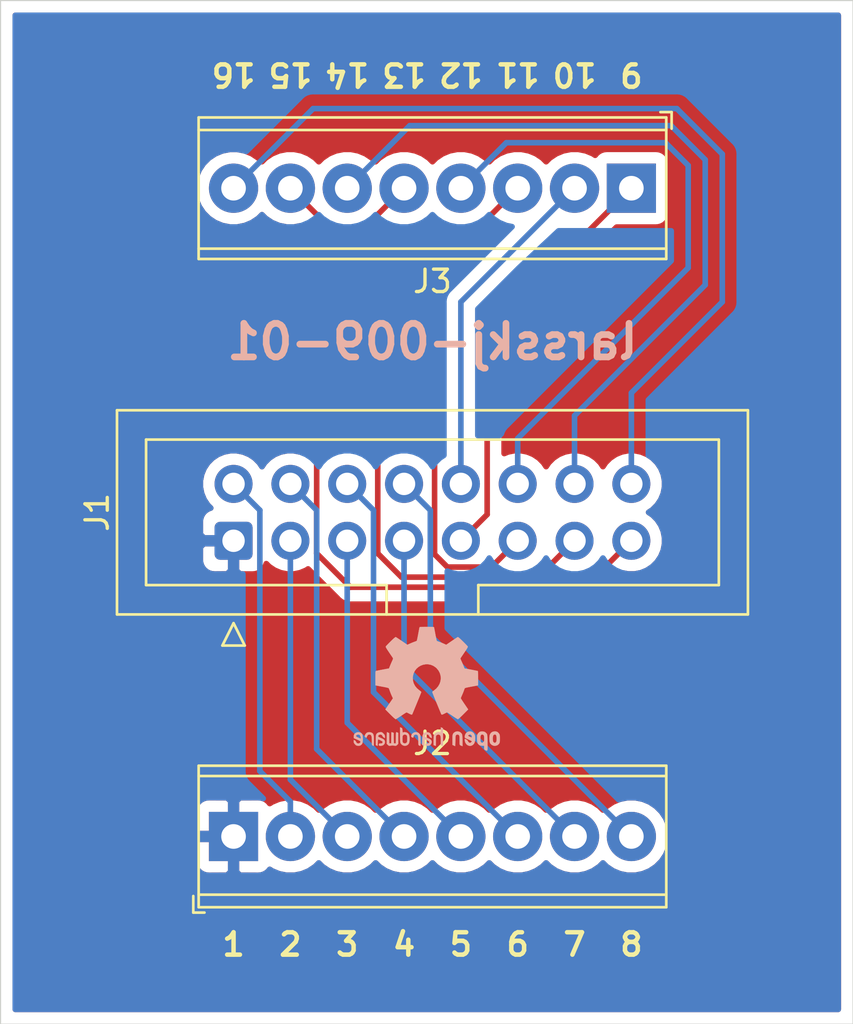
<source format=kicad_pcb>
(kicad_pcb (version 20171130) (host pcbnew 5.1.10-88a1d61d58~88~ubuntu20.04.1)

  (general
    (thickness 1.6)
    (drawings 21)
    (tracks 58)
    (zones 0)
    (modules 4)
    (nets 17)
  )

  (page A4)
  (layers
    (0 F.Cu signal hide)
    (31 B.Cu signal hide)
    (32 B.Adhes user)
    (33 F.Adhes user)
    (34 B.Paste user)
    (35 F.Paste user)
    (36 B.SilkS user)
    (37 F.SilkS user)
    (38 B.Mask user)
    (39 F.Mask user)
    (40 Dwgs.User user)
    (41 Cmts.User user)
    (42 Eco1.User user)
    (43 Eco2.User user)
    (44 Edge.Cuts user)
    (45 Margin user)
    (46 B.CrtYd user)
    (47 F.CrtYd user)
    (48 B.Fab user)
    (49 F.Fab user)
  )

  (setup
    (last_trace_width 0.25)
    (trace_clearance 0.2)
    (zone_clearance 0.508)
    (zone_45_only no)
    (trace_min 0.2)
    (via_size 0.8)
    (via_drill 0.4)
    (via_min_size 0.4)
    (via_min_drill 0.3)
    (uvia_size 0.3)
    (uvia_drill 0.1)
    (uvias_allowed no)
    (uvia_min_size 0.2)
    (uvia_min_drill 0.1)
    (edge_width 0.05)
    (segment_width 0.2)
    (pcb_text_width 0.3)
    (pcb_text_size 1.5 1.5)
    (mod_edge_width 0.12)
    (mod_text_size 1 1)
    (mod_text_width 0.15)
    (pad_size 1.524 1.524)
    (pad_drill 0.762)
    (pad_to_mask_clearance 0)
    (aux_axis_origin 0 0)
    (visible_elements FFFFFF7F)
    (pcbplotparams
      (layerselection 0x010fc_ffffffff)
      (usegerberextensions true)
      (usegerberattributes true)
      (usegerberadvancedattributes true)
      (creategerberjobfile false)
      (excludeedgelayer true)
      (linewidth 0.100000)
      (plotframeref false)
      (viasonmask false)
      (mode 1)
      (useauxorigin false)
      (hpglpennumber 1)
      (hpglpenspeed 20)
      (hpglpendiameter 15.000000)
      (psnegative false)
      (psa4output false)
      (plotreference true)
      (plotvalue false)
      (plotinvisibletext false)
      (padsonsilk false)
      (subtractmaskfromsilk true)
      (outputformat 1)
      (mirror false)
      (drillshape 0)
      (scaleselection 1)
      (outputdirectory "gerber"))
  )

  (net 0 "")
  (net 1 "Net-(J1-Pad1)")
  (net 2 "Net-(J1-Pad3)")
  (net 3 "Net-(J1-Pad5)")
  (net 4 "Net-(J1-Pad7)")
  (net 5 "Net-(J1-Pad9)")
  (net 6 "Net-(J1-Pad11)")
  (net 7 "Net-(J1-Pad13)")
  (net 8 "Net-(J1-Pad15)")
  (net 9 "Net-(J1-Pad2)")
  (net 10 "Net-(J1-Pad4)")
  (net 11 "Net-(J1-Pad6)")
  (net 12 "Net-(J1-Pad8)")
  (net 13 "Net-(J1-Pad10)")
  (net 14 "Net-(J1-Pad12)")
  (net 15 "Net-(J1-Pad14)")
  (net 16 "Net-(J1-Pad16)")

  (net_class Default "This is the default net class."
    (clearance 0.2)
    (trace_width 0.25)
    (via_dia 0.8)
    (via_drill 0.4)
    (uvia_dia 0.3)
    (uvia_drill 0.1)
    (add_net "Net-(J1-Pad1)")
    (add_net "Net-(J1-Pad10)")
    (add_net "Net-(J1-Pad11)")
    (add_net "Net-(J1-Pad12)")
    (add_net "Net-(J1-Pad13)")
    (add_net "Net-(J1-Pad14)")
    (add_net "Net-(J1-Pad15)")
    (add_net "Net-(J1-Pad16)")
    (add_net "Net-(J1-Pad2)")
    (add_net "Net-(J1-Pad3)")
    (add_net "Net-(J1-Pad4)")
    (add_net "Net-(J1-Pad5)")
    (add_net "Net-(J1-Pad6)")
    (add_net "Net-(J1-Pad7)")
    (add_net "Net-(J1-Pad8)")
    (add_net "Net-(J1-Pad9)")
  )

  (module Symbol:OSHW-Logo2_7.3x6mm_SilkScreen (layer B.Cu) (tedit 0) (tstamp 60B3B627)
    (at 560.07 353.314 180)
    (descr "Open Source Hardware Symbol")
    (tags "Logo Symbol OSHW")
    (attr virtual)
    (fp_text reference REF** (at 0 0) (layer B.SilkS) hide
      (effects (font (size 1 1) (thickness 0.15)) (justify mirror))
    )
    (fp_text value OSHW-Logo2_7.3x6mm_SilkScreen (at 0.75 0) (layer B.Fab) hide
      (effects (font (size 1 1) (thickness 0.15)) (justify mirror))
    )
    (fp_poly (pts (xy 0.10391 2.757652) (xy 0.182454 2.757222) (xy 0.239298 2.756058) (xy 0.278105 2.753793)
      (xy 0.302538 2.75006) (xy 0.316262 2.744494) (xy 0.32294 2.736727) (xy 0.326236 2.726395)
      (xy 0.326556 2.725057) (xy 0.331562 2.700921) (xy 0.340829 2.653299) (xy 0.353392 2.587259)
      (xy 0.368287 2.507872) (xy 0.384551 2.420204) (xy 0.385119 2.417125) (xy 0.40141 2.331211)
      (xy 0.416652 2.255304) (xy 0.429861 2.193955) (xy 0.440054 2.151718) (xy 0.446248 2.133145)
      (xy 0.446543 2.132816) (xy 0.464788 2.123747) (xy 0.502405 2.108633) (xy 0.551271 2.090738)
      (xy 0.551543 2.090642) (xy 0.613093 2.067507) (xy 0.685657 2.038035) (xy 0.754057 2.008403)
      (xy 0.757294 2.006938) (xy 0.868702 1.956374) (xy 1.115399 2.12484) (xy 1.191077 2.176197)
      (xy 1.259631 2.222111) (xy 1.317088 2.25997) (xy 1.359476 2.287163) (xy 1.382825 2.301079)
      (xy 1.385042 2.302111) (xy 1.40201 2.297516) (xy 1.433701 2.275345) (xy 1.481352 2.234553)
      (xy 1.546198 2.174095) (xy 1.612397 2.109773) (xy 1.676214 2.046388) (xy 1.733329 1.988549)
      (xy 1.780305 1.939825) (xy 1.813703 1.90379) (xy 1.830085 1.884016) (xy 1.830694 1.882998)
      (xy 1.832505 1.869428) (xy 1.825683 1.847267) (xy 1.80854 1.813522) (xy 1.779393 1.7652)
      (xy 1.736555 1.699308) (xy 1.679448 1.614483) (xy 1.628766 1.539823) (xy 1.583461 1.47286)
      (xy 1.54615 1.417484) (xy 1.519452 1.37758) (xy 1.505985 1.357038) (xy 1.505137 1.355644)
      (xy 1.506781 1.335962) (xy 1.519245 1.297707) (xy 1.540048 1.248111) (xy 1.547462 1.232272)
      (xy 1.579814 1.16171) (xy 1.614328 1.081647) (xy 1.642365 1.012371) (xy 1.662568 0.960955)
      (xy 1.678615 0.921881) (xy 1.687888 0.901459) (xy 1.689041 0.899886) (xy 1.706096 0.897279)
      (xy 1.746298 0.890137) (xy 1.804302 0.879477) (xy 1.874763 0.866315) (xy 1.952335 0.851667)
      (xy 2.031672 0.836551) (xy 2.107431 0.821982) (xy 2.174264 0.808978) (xy 2.226828 0.798555)
      (xy 2.259776 0.79173) (xy 2.267857 0.789801) (xy 2.276205 0.785038) (xy 2.282506 0.774282)
      (xy 2.287045 0.753902) (xy 2.290104 0.720266) (xy 2.291967 0.669745) (xy 2.292918 0.598708)
      (xy 2.29324 0.503524) (xy 2.293257 0.464508) (xy 2.293257 0.147201) (xy 2.217057 0.132161)
      (xy 2.174663 0.124005) (xy 2.1114 0.112101) (xy 2.034962 0.097884) (xy 1.953043 0.08279)
      (xy 1.9304 0.078645) (xy 1.854806 0.063947) (xy 1.788953 0.049495) (xy 1.738366 0.036625)
      (xy 1.708574 0.026678) (xy 1.703612 0.023713) (xy 1.691426 0.002717) (xy 1.673953 -0.037967)
      (xy 1.654577 -0.090322) (xy 1.650734 -0.1016) (xy 1.625339 -0.171523) (xy 1.593817 -0.250418)
      (xy 1.562969 -0.321266) (xy 1.562817 -0.321595) (xy 1.511447 -0.432733) (xy 1.680399 -0.681253)
      (xy 1.849352 -0.929772) (xy 1.632429 -1.147058) (xy 1.566819 -1.211726) (xy 1.506979 -1.268733)
      (xy 1.456267 -1.315033) (xy 1.418046 -1.347584) (xy 1.395675 -1.363343) (xy 1.392466 -1.364343)
      (xy 1.373626 -1.356469) (xy 1.33518 -1.334578) (xy 1.28133 -1.301267) (xy 1.216276 -1.259131)
      (xy 1.14594 -1.211943) (xy 1.074555 -1.16381) (xy 1.010908 -1.121928) (xy 0.959041 -1.088871)
      (xy 0.922995 -1.067218) (xy 0.906867 -1.059543) (xy 0.887189 -1.066037) (xy 0.849875 -1.08315)
      (xy 0.802621 -1.107326) (xy 0.797612 -1.110013) (xy 0.733977 -1.141927) (xy 0.690341 -1.157579)
      (xy 0.663202 -1.157745) (xy 0.649057 -1.143204) (xy 0.648975 -1.143) (xy 0.641905 -1.125779)
      (xy 0.625042 -1.084899) (xy 0.599695 -1.023525) (xy 0.567171 -0.944819) (xy 0.528778 -0.851947)
      (xy 0.485822 -0.748072) (xy 0.444222 -0.647502) (xy 0.398504 -0.536516) (xy 0.356526 -0.433703)
      (xy 0.319548 -0.342215) (xy 0.288827 -0.265201) (xy 0.265622 -0.205815) (xy 0.25119 -0.167209)
      (xy 0.246743 -0.1528) (xy 0.257896 -0.136272) (xy 0.287069 -0.10993) (xy 0.325971 -0.080887)
      (xy 0.436757 0.010961) (xy 0.523351 0.116241) (xy 0.584716 0.232734) (xy 0.619815 0.358224)
      (xy 0.627608 0.490493) (xy 0.621943 0.551543) (xy 0.591078 0.678205) (xy 0.53792 0.790059)
      (xy 0.465767 0.885999) (xy 0.377917 0.964924) (xy 0.277665 1.02573) (xy 0.16831 1.067313)
      (xy 0.053147 1.088572) (xy -0.064525 1.088401) (xy -0.18141 1.065699) (xy -0.294211 1.019362)
      (xy -0.399631 0.948287) (xy -0.443632 0.908089) (xy -0.528021 0.804871) (xy -0.586778 0.692075)
      (xy -0.620296 0.57299) (xy -0.628965 0.450905) (xy -0.613177 0.329107) (xy -0.573322 0.210884)
      (xy -0.509793 0.099525) (xy -0.422979 -0.001684) (xy -0.325971 -0.080887) (xy -0.285563 -0.111162)
      (xy -0.257018 -0.137219) (xy -0.246743 -0.152825) (xy -0.252123 -0.169843) (xy -0.267425 -0.2105)
      (xy -0.291388 -0.271642) (xy -0.322756 -0.350119) (xy -0.360268 -0.44278) (xy -0.402667 -0.546472)
      (xy -0.444337 -0.647526) (xy -0.49031 -0.758607) (xy -0.532893 -0.861541) (xy -0.570779 -0.953165)
      (xy -0.60266 -1.030316) (xy -0.627229 -1.089831) (xy -0.64318 -1.128544) (xy -0.64909 -1.143)
      (xy -0.663052 -1.157685) (xy -0.69006 -1.157642) (xy -0.733587 -1.142099) (xy -0.79711 -1.110284)
      (xy -0.797612 -1.110013) (xy -0.84544 -1.085323) (xy -0.884103 -1.067338) (xy -0.905905 -1.059614)
      (xy -0.906867 -1.059543) (xy -0.923279 -1.067378) (xy -0.959513 -1.089165) (xy -1.011526 -1.122328)
      (xy -1.075275 -1.164291) (xy -1.14594 -1.211943) (xy -1.217884 -1.260191) (xy -1.282726 -1.302151)
      (xy -1.336265 -1.335227) (xy -1.374303 -1.356821) (xy -1.392467 -1.364343) (xy -1.409192 -1.354457)
      (xy -1.44282 -1.326826) (xy -1.48999 -1.284495) (xy -1.547342 -1.230505) (xy -1.611516 -1.167899)
      (xy -1.632503 -1.146983) (xy -1.849501 -0.929623) (xy -1.684332 -0.68722) (xy -1.634136 -0.612781)
      (xy -1.590081 -0.545972) (xy -1.554638 -0.490665) (xy -1.530281 -0.450729) (xy -1.519478 -0.430036)
      (xy -1.519162 -0.428563) (xy -1.524857 -0.409058) (xy -1.540174 -0.369822) (xy -1.562463 -0.31743)
      (xy -1.578107 -0.282355) (xy -1.607359 -0.215201) (xy -1.634906 -0.147358) (xy -1.656263 -0.090034)
      (xy -1.662065 -0.072572) (xy -1.678548 -0.025938) (xy -1.69466 0.010095) (xy -1.70351 0.023713)
      (xy -1.72304 0.032048) (xy -1.765666 0.043863) (xy -1.825855 0.057819) (xy -1.898078 0.072578)
      (xy -1.9304 0.078645) (xy -2.012478 0.093727) (xy -2.091205 0.108331) (xy -2.158891 0.12102)
      (xy -2.20784 0.130358) (xy -2.217057 0.132161) (xy -2.293257 0.147201) (xy -2.293257 0.464508)
      (xy -2.293086 0.568846) (xy -2.292384 0.647787) (xy -2.290866 0.704962) (xy -2.288251 0.744001)
      (xy -2.284254 0.768535) (xy -2.278591 0.782195) (xy -2.27098 0.788611) (xy -2.267857 0.789801)
      (xy -2.249022 0.79402) (xy -2.207412 0.802438) (xy -2.14837 0.814039) (xy -2.077243 0.827805)
      (xy -1.999375 0.84272) (xy -1.920113 0.857768) (xy -1.844802 0.871931) (xy -1.778787 0.884194)
      (xy -1.727413 0.893539) (xy -1.696025 0.89895) (xy -1.689041 0.899886) (xy -1.682715 0.912404)
      (xy -1.66871 0.945754) (xy -1.649645 0.993623) (xy -1.642366 1.012371) (xy -1.613004 1.084805)
      (xy -1.578429 1.16483) (xy -1.547463 1.232272) (xy -1.524677 1.283841) (xy -1.509518 1.326215)
      (xy -1.504458 1.352166) (xy -1.505264 1.355644) (xy -1.515959 1.372064) (xy -1.54038 1.408583)
      (xy -1.575905 1.461313) (xy -1.619913 1.526365) (xy -1.669783 1.599849) (xy -1.679644 1.614355)
      (xy -1.737508 1.700296) (xy -1.780044 1.765739) (xy -1.808946 1.813696) (xy -1.82591 1.84718)
      (xy -1.832633 1.869205) (xy -1.83081 1.882783) (xy -1.830764 1.882869) (xy -1.816414 1.900703)
      (xy -1.784677 1.935183) (xy -1.73899 1.982732) (xy -1.682796 2.039778) (xy -1.619532 2.102745)
      (xy -1.612398 2.109773) (xy -1.53267 2.18698) (xy -1.471143 2.24367) (xy -1.426579 2.28089)
      (xy -1.397743 2.299685) (xy -1.385042 2.302111) (xy -1.366506 2.291529) (xy -1.328039 2.267084)
      (xy -1.273614 2.231388) (xy -1.207202 2.187053) (xy -1.132775 2.136689) (xy -1.115399 2.12484)
      (xy -0.868703 1.956374) (xy -0.757294 2.006938) (xy -0.689543 2.036405) (xy -0.616817 2.066041)
      (xy -0.554297 2.08967) (xy -0.551543 2.090642) (xy -0.50264 2.108543) (xy -0.464943 2.12368)
      (xy -0.446575 2.13279) (xy -0.446544 2.132816) (xy -0.440715 2.149283) (xy -0.430808 2.189781)
      (xy -0.417805 2.249758) (xy -0.402691 2.32466) (xy -0.386448 2.409936) (xy -0.385119 2.417125)
      (xy -0.368825 2.504986) (xy -0.353867 2.58474) (xy -0.341209 2.651319) (xy -0.331814 2.699653)
      (xy -0.326646 2.724675) (xy -0.326556 2.725057) (xy -0.323411 2.735701) (xy -0.317296 2.743738)
      (xy -0.304547 2.749533) (xy -0.2815 2.753453) (xy -0.244491 2.755865) (xy -0.189856 2.757135)
      (xy -0.113933 2.757629) (xy -0.013056 2.757714) (xy 0 2.757714) (xy 0.10391 2.757652)) (layer B.SilkS) (width 0.01))
    (fp_poly (pts (xy 3.153595 -1.966966) (xy 3.211021 -2.004497) (xy 3.238719 -2.038096) (xy 3.260662 -2.099064)
      (xy 3.262405 -2.147308) (xy 3.258457 -2.211816) (xy 3.109686 -2.276934) (xy 3.037349 -2.310202)
      (xy 2.990084 -2.336964) (xy 2.965507 -2.360144) (xy 2.961237 -2.382667) (xy 2.974889 -2.407455)
      (xy 2.989943 -2.423886) (xy 3.033746 -2.450235) (xy 3.081389 -2.452081) (xy 3.125145 -2.431546)
      (xy 3.157289 -2.390752) (xy 3.163038 -2.376347) (xy 3.190576 -2.331356) (xy 3.222258 -2.312182)
      (xy 3.265714 -2.295779) (xy 3.265714 -2.357966) (xy 3.261872 -2.400283) (xy 3.246823 -2.435969)
      (xy 3.21528 -2.476943) (xy 3.210592 -2.482267) (xy 3.175506 -2.51872) (xy 3.145347 -2.538283)
      (xy 3.107615 -2.547283) (xy 3.076335 -2.55023) (xy 3.020385 -2.550965) (xy 2.980555 -2.54166)
      (xy 2.955708 -2.527846) (xy 2.916656 -2.497467) (xy 2.889625 -2.464613) (xy 2.872517 -2.423294)
      (xy 2.863238 -2.367521) (xy 2.859693 -2.291305) (xy 2.85941 -2.252622) (xy 2.860372 -2.206247)
      (xy 2.948007 -2.206247) (xy 2.949023 -2.231126) (xy 2.951556 -2.2352) (xy 2.968274 -2.229665)
      (xy 3.004249 -2.215017) (xy 3.052331 -2.19419) (xy 3.062386 -2.189714) (xy 3.123152 -2.158814)
      (xy 3.156632 -2.131657) (xy 3.16399 -2.10622) (xy 3.146391 -2.080481) (xy 3.131856 -2.069109)
      (xy 3.07941 -2.046364) (xy 3.030322 -2.050122) (xy 2.989227 -2.077884) (xy 2.960758 -2.127152)
      (xy 2.951631 -2.166257) (xy 2.948007 -2.206247) (xy 2.860372 -2.206247) (xy 2.861285 -2.162249)
      (xy 2.868196 -2.095384) (xy 2.881884 -2.046695) (xy 2.904096 -2.010849) (xy 2.936574 -1.982513)
      (xy 2.950733 -1.973355) (xy 3.015053 -1.949507) (xy 3.085473 -1.948006) (xy 3.153595 -1.966966)) (layer B.SilkS) (width 0.01))
    (fp_poly (pts (xy 2.6526 -1.958752) (xy 2.669948 -1.966334) (xy 2.711356 -1.999128) (xy 2.746765 -2.046547)
      (xy 2.768664 -2.097151) (xy 2.772229 -2.122098) (xy 2.760279 -2.156927) (xy 2.734067 -2.175357)
      (xy 2.705964 -2.186516) (xy 2.693095 -2.188572) (xy 2.686829 -2.173649) (xy 2.674456 -2.141175)
      (xy 2.669028 -2.126502) (xy 2.63859 -2.075744) (xy 2.59452 -2.050427) (xy 2.53801 -2.051206)
      (xy 2.533825 -2.052203) (xy 2.503655 -2.066507) (xy 2.481476 -2.094393) (xy 2.466327 -2.139287)
      (xy 2.45725 -2.204615) (xy 2.453286 -2.293804) (xy 2.452914 -2.341261) (xy 2.45273 -2.416071)
      (xy 2.451522 -2.467069) (xy 2.448309 -2.499471) (xy 2.442109 -2.518495) (xy 2.43194 -2.529356)
      (xy 2.416819 -2.537272) (xy 2.415946 -2.53767) (xy 2.386828 -2.549981) (xy 2.372403 -2.554514)
      (xy 2.370186 -2.540809) (xy 2.368289 -2.502925) (xy 2.366847 -2.445715) (xy 2.365998 -2.374027)
      (xy 2.365829 -2.321565) (xy 2.366692 -2.220047) (xy 2.37007 -2.143032) (xy 2.377142 -2.086023)
      (xy 2.389088 -2.044526) (xy 2.40709 -2.014043) (xy 2.432327 -1.99008) (xy 2.457247 -1.973355)
      (xy 2.517171 -1.951097) (xy 2.586911 -1.946076) (xy 2.6526 -1.958752)) (layer B.SilkS) (width 0.01))
    (fp_poly (pts (xy 2.144876 -1.956335) (xy 2.186667 -1.975344) (xy 2.219469 -1.998378) (xy 2.243503 -2.024133)
      (xy 2.260097 -2.057358) (xy 2.270577 -2.1028) (xy 2.276271 -2.165207) (xy 2.278507 -2.249327)
      (xy 2.278743 -2.304721) (xy 2.278743 -2.520826) (xy 2.241774 -2.53767) (xy 2.212656 -2.549981)
      (xy 2.198231 -2.554514) (xy 2.195472 -2.541025) (xy 2.193282 -2.504653) (xy 2.191942 -2.451542)
      (xy 2.191657 -2.409372) (xy 2.190434 -2.348447) (xy 2.187136 -2.300115) (xy 2.182321 -2.270518)
      (xy 2.178496 -2.264229) (xy 2.152783 -2.270652) (xy 2.112418 -2.287125) (xy 2.065679 -2.309458)
      (xy 2.020845 -2.333457) (xy 1.986193 -2.35493) (xy 1.970002 -2.369685) (xy 1.969938 -2.369845)
      (xy 1.97133 -2.397152) (xy 1.983818 -2.423219) (xy 2.005743 -2.444392) (xy 2.037743 -2.451474)
      (xy 2.065092 -2.450649) (xy 2.103826 -2.450042) (xy 2.124158 -2.459116) (xy 2.136369 -2.483092)
      (xy 2.137909 -2.487613) (xy 2.143203 -2.521806) (xy 2.129047 -2.542568) (xy 2.092148 -2.552462)
      (xy 2.052289 -2.554292) (xy 1.980562 -2.540727) (xy 1.943432 -2.521355) (xy 1.897576 -2.475845)
      (xy 1.873256 -2.419983) (xy 1.871073 -2.360957) (xy 1.891629 -2.305953) (xy 1.922549 -2.271486)
      (xy 1.95342 -2.252189) (xy 2.001942 -2.227759) (xy 2.058485 -2.202985) (xy 2.06791 -2.199199)
      (xy 2.130019 -2.171791) (xy 2.165822 -2.147634) (xy 2.177337 -2.123619) (xy 2.16658 -2.096635)
      (xy 2.148114 -2.075543) (xy 2.104469 -2.049572) (xy 2.056446 -2.047624) (xy 2.012406 -2.067637)
      (xy 1.980709 -2.107551) (xy 1.976549 -2.117848) (xy 1.952327 -2.155724) (xy 1.916965 -2.183842)
      (xy 1.872343 -2.206917) (xy 1.872343 -2.141485) (xy 1.874969 -2.101506) (xy 1.88623 -2.069997)
      (xy 1.911199 -2.036378) (xy 1.935169 -2.010484) (xy 1.972441 -1.973817) (xy 2.001401 -1.954121)
      (xy 2.032505 -1.94622) (xy 2.067713 -1.944914) (xy 2.144876 -1.956335)) (layer B.SilkS) (width 0.01))
    (fp_poly (pts (xy 1.779833 -1.958663) (xy 1.782048 -1.99685) (xy 1.783784 -2.054886) (xy 1.784899 -2.12818)
      (xy 1.785257 -2.205055) (xy 1.785257 -2.465196) (xy 1.739326 -2.511127) (xy 1.707675 -2.539429)
      (xy 1.67989 -2.550893) (xy 1.641915 -2.550168) (xy 1.62684 -2.548321) (xy 1.579726 -2.542948)
      (xy 1.540756 -2.539869) (xy 1.531257 -2.539585) (xy 1.499233 -2.541445) (xy 1.453432 -2.546114)
      (xy 1.435674 -2.548321) (xy 1.392057 -2.551735) (xy 1.362745 -2.54432) (xy 1.33368 -2.521427)
      (xy 1.323188 -2.511127) (xy 1.277257 -2.465196) (xy 1.277257 -1.978602) (xy 1.314226 -1.961758)
      (xy 1.346059 -1.949282) (xy 1.364683 -1.944914) (xy 1.369458 -1.958718) (xy 1.373921 -1.997286)
      (xy 1.377775 -2.056356) (xy 1.380722 -2.131663) (xy 1.382143 -2.195286) (xy 1.386114 -2.445657)
      (xy 1.420759 -2.450556) (xy 1.452268 -2.447131) (xy 1.467708 -2.436041) (xy 1.472023 -2.415308)
      (xy 1.475708 -2.371145) (xy 1.478469 -2.309146) (xy 1.480012 -2.234909) (xy 1.480235 -2.196706)
      (xy 1.480457 -1.976783) (xy 1.526166 -1.960849) (xy 1.558518 -1.950015) (xy 1.576115 -1.944962)
      (xy 1.576623 -1.944914) (xy 1.578388 -1.958648) (xy 1.580329 -1.99673) (xy 1.582282 -2.054482)
      (xy 1.584084 -2.127227) (xy 1.585343 -2.195286) (xy 1.589314 -2.445657) (xy 1.6764 -2.445657)
      (xy 1.680396 -2.21724) (xy 1.684392 -1.988822) (xy 1.726847 -1.966868) (xy 1.758192 -1.951793)
      (xy 1.776744 -1.944951) (xy 1.777279 -1.944914) (xy 1.779833 -1.958663)) (layer B.SilkS) (width 0.01))
    (fp_poly (pts (xy 1.190117 -2.065358) (xy 1.189933 -2.173837) (xy 1.189219 -2.257287) (xy 1.187675 -2.319704)
      (xy 1.185001 -2.365085) (xy 1.180894 -2.397429) (xy 1.175055 -2.420733) (xy 1.167182 -2.438995)
      (xy 1.161221 -2.449418) (xy 1.111855 -2.505945) (xy 1.049264 -2.541377) (xy 0.980013 -2.55409)
      (xy 0.910668 -2.542463) (xy 0.869375 -2.521568) (xy 0.826025 -2.485422) (xy 0.796481 -2.441276)
      (xy 0.778655 -2.383462) (xy 0.770463 -2.306313) (xy 0.769302 -2.249714) (xy 0.769458 -2.245647)
      (xy 0.870857 -2.245647) (xy 0.871476 -2.31055) (xy 0.874314 -2.353514) (xy 0.88084 -2.381622)
      (xy 0.892523 -2.401953) (xy 0.906483 -2.417288) (xy 0.953365 -2.44689) (xy 1.003701 -2.449419)
      (xy 1.051276 -2.424705) (xy 1.054979 -2.421356) (xy 1.070783 -2.403935) (xy 1.080693 -2.383209)
      (xy 1.086058 -2.352362) (xy 1.088228 -2.304577) (xy 1.088571 -2.251748) (xy 1.087827 -2.185381)
      (xy 1.084748 -2.141106) (xy 1.078061 -2.112009) (xy 1.066496 -2.091173) (xy 1.057013 -2.080107)
      (xy 1.01296 -2.052198) (xy 0.962224 -2.048843) (xy 0.913796 -2.070159) (xy 0.90445 -2.078073)
      (xy 0.88854 -2.095647) (xy 0.87861 -2.116587) (xy 0.873278 -2.147782) (xy 0.871163 -2.196122)
      (xy 0.870857 -2.245647) (xy 0.769458 -2.245647) (xy 0.77281 -2.158568) (xy 0.784726 -2.090086)
      (xy 0.807135 -2.0386) (xy 0.842124 -1.998443) (xy 0.869375 -1.977861) (xy 0.918907 -1.955625)
      (xy 0.976316 -1.945304) (xy 1.029682 -1.948067) (xy 1.059543 -1.959212) (xy 1.071261 -1.962383)
      (xy 1.079037 -1.950557) (xy 1.084465 -1.918866) (xy 1.088571 -1.870593) (xy 1.093067 -1.816829)
      (xy 1.099313 -1.784482) (xy 1.110676 -1.765985) (xy 1.130528 -1.75377) (xy 1.143 -1.748362)
      (xy 1.190171 -1.728601) (xy 1.190117 -2.065358)) (layer B.SilkS) (width 0.01))
    (fp_poly (pts (xy 0.529926 -1.949755) (xy 0.595858 -1.974084) (xy 0.649273 -2.017117) (xy 0.670164 -2.047409)
      (xy 0.692939 -2.102994) (xy 0.692466 -2.143186) (xy 0.668562 -2.170217) (xy 0.659717 -2.174813)
      (xy 0.62153 -2.189144) (xy 0.602028 -2.185472) (xy 0.595422 -2.161407) (xy 0.595086 -2.148114)
      (xy 0.582992 -2.09921) (xy 0.551471 -2.064999) (xy 0.507659 -2.048476) (xy 0.458695 -2.052634)
      (xy 0.418894 -2.074227) (xy 0.40545 -2.086544) (xy 0.395921 -2.101487) (xy 0.389485 -2.124075)
      (xy 0.385317 -2.159328) (xy 0.382597 -2.212266) (xy 0.380502 -2.287907) (xy 0.37996 -2.311857)
      (xy 0.377981 -2.39379) (xy 0.375731 -2.451455) (xy 0.372357 -2.489608) (xy 0.367006 -2.513004)
      (xy 0.358824 -2.526398) (xy 0.346959 -2.534545) (xy 0.339362 -2.538144) (xy 0.307102 -2.550452)
      (xy 0.288111 -2.554514) (xy 0.281836 -2.540948) (xy 0.278006 -2.499934) (xy 0.2766 -2.430999)
      (xy 0.277598 -2.333669) (xy 0.277908 -2.318657) (xy 0.280101 -2.229859) (xy 0.282693 -2.165019)
      (xy 0.286382 -2.119067) (xy 0.291864 -2.086935) (xy 0.299835 -2.063553) (xy 0.310993 -2.043852)
      (xy 0.31683 -2.03541) (xy 0.350296 -1.998057) (xy 0.387727 -1.969003) (xy 0.392309 -1.966467)
      (xy 0.459426 -1.946443) (xy 0.529926 -1.949755)) (layer B.SilkS) (width 0.01))
    (fp_poly (pts (xy 0.039744 -1.950968) (xy 0.096616 -1.972087) (xy 0.097267 -1.972493) (xy 0.13244 -1.99838)
      (xy 0.158407 -2.028633) (xy 0.17667 -2.068058) (xy 0.188732 -2.121462) (xy 0.196096 -2.193651)
      (xy 0.200264 -2.289432) (xy 0.200629 -2.303078) (xy 0.205876 -2.508842) (xy 0.161716 -2.531678)
      (xy 0.129763 -2.54711) (xy 0.11047 -2.554423) (xy 0.109578 -2.554514) (xy 0.106239 -2.541022)
      (xy 0.103587 -2.504626) (xy 0.101956 -2.451452) (xy 0.1016 -2.408393) (xy 0.101592 -2.338641)
      (xy 0.098403 -2.294837) (xy 0.087288 -2.273944) (xy 0.063501 -2.272925) (xy 0.022296 -2.288741)
      (xy -0.039914 -2.317815) (xy -0.085659 -2.341963) (xy -0.109187 -2.362913) (xy -0.116104 -2.385747)
      (xy -0.116114 -2.386877) (xy -0.104701 -2.426212) (xy -0.070908 -2.447462) (xy -0.019191 -2.450539)
      (xy 0.018061 -2.450006) (xy 0.037703 -2.460735) (xy 0.049952 -2.486505) (xy 0.057002 -2.519337)
      (xy 0.046842 -2.537966) (xy 0.043017 -2.540632) (xy 0.007001 -2.55134) (xy -0.043434 -2.552856)
      (xy -0.095374 -2.545759) (xy -0.132178 -2.532788) (xy -0.183062 -2.489585) (xy -0.211986 -2.429446)
      (xy -0.217714 -2.382462) (xy -0.213343 -2.340082) (xy -0.197525 -2.305488) (xy -0.166203 -2.274763)
      (xy -0.115322 -2.24399) (xy -0.040824 -2.209252) (xy -0.036286 -2.207288) (xy 0.030821 -2.176287)
      (xy 0.072232 -2.150862) (xy 0.089981 -2.128014) (xy 0.086107 -2.104745) (xy 0.062643 -2.078056)
      (xy 0.055627 -2.071914) (xy 0.00863 -2.0481) (xy -0.040067 -2.049103) (xy -0.082478 -2.072451)
      (xy -0.110616 -2.115675) (xy -0.113231 -2.12416) (xy -0.138692 -2.165308) (xy -0.170999 -2.185128)
      (xy -0.217714 -2.20477) (xy -0.217714 -2.15395) (xy -0.203504 -2.080082) (xy -0.161325 -2.012327)
      (xy -0.139376 -1.989661) (xy -0.089483 -1.960569) (xy -0.026033 -1.9474) (xy 0.039744 -1.950968)) (layer B.SilkS) (width 0.01))
    (fp_poly (pts (xy -0.624114 -1.851289) (xy -0.619861 -1.910613) (xy -0.614975 -1.945572) (xy -0.608205 -1.96082)
      (xy -0.598298 -1.961015) (xy -0.595086 -1.959195) (xy -0.552356 -1.946015) (xy -0.496773 -1.946785)
      (xy -0.440263 -1.960333) (xy -0.404918 -1.977861) (xy -0.368679 -2.005861) (xy -0.342187 -2.037549)
      (xy -0.324001 -2.077813) (xy -0.312678 -2.131543) (xy -0.306778 -2.203626) (xy -0.304857 -2.298951)
      (xy -0.304823 -2.317237) (xy -0.3048 -2.522646) (xy -0.350509 -2.53858) (xy -0.382973 -2.54942)
      (xy -0.400785 -2.554468) (xy -0.401309 -2.554514) (xy -0.403063 -2.540828) (xy -0.404556 -2.503076)
      (xy -0.405674 -2.446224) (xy -0.406303 -2.375234) (xy -0.4064 -2.332073) (xy -0.406602 -2.246973)
      (xy -0.407642 -2.185981) (xy -0.410169 -2.144177) (xy -0.414836 -2.116642) (xy -0.422293 -2.098456)
      (xy -0.433189 -2.084698) (xy -0.439993 -2.078073) (xy -0.486728 -2.051375) (xy -0.537728 -2.049375)
      (xy -0.583999 -2.071955) (xy -0.592556 -2.080107) (xy -0.605107 -2.095436) (xy -0.613812 -2.113618)
      (xy -0.619369 -2.139909) (xy -0.622474 -2.179562) (xy -0.623824 -2.237832) (xy -0.624114 -2.318173)
      (xy -0.624114 -2.522646) (xy -0.669823 -2.53858) (xy -0.702287 -2.54942) (xy -0.720099 -2.554468)
      (xy -0.720623 -2.554514) (xy -0.721963 -2.540623) (xy -0.723172 -2.501439) (xy -0.724199 -2.4407)
      (xy -0.724998 -2.362141) (xy -0.725519 -2.269498) (xy -0.725714 -2.166509) (xy -0.725714 -1.769342)
      (xy -0.678543 -1.749444) (xy -0.631371 -1.729547) (xy -0.624114 -1.851289)) (layer B.SilkS) (width 0.01))
    (fp_poly (pts (xy -1.831697 -1.931239) (xy -1.774473 -1.969735) (xy -1.730251 -2.025335) (xy -1.703833 -2.096086)
      (xy -1.69849 -2.148162) (xy -1.699097 -2.169893) (xy -1.704178 -2.186531) (xy -1.718145 -2.201437)
      (xy -1.745411 -2.217973) (xy -1.790388 -2.239498) (xy -1.857489 -2.269374) (xy -1.857829 -2.269524)
      (xy -1.919593 -2.297813) (xy -1.970241 -2.322933) (xy -2.004596 -2.342179) (xy -2.017482 -2.352848)
      (xy -2.017486 -2.352934) (xy -2.006128 -2.376166) (xy -1.979569 -2.401774) (xy -1.949077 -2.420221)
      (xy -1.93363 -2.423886) (xy -1.891485 -2.411212) (xy -1.855192 -2.379471) (xy -1.837483 -2.344572)
      (xy -1.820448 -2.318845) (xy -1.787078 -2.289546) (xy -1.747851 -2.264235) (xy -1.713244 -2.250471)
      (xy -1.706007 -2.249714) (xy -1.697861 -2.26216) (xy -1.69737 -2.293972) (xy -1.703357 -2.336866)
      (xy -1.714643 -2.382558) (xy -1.73005 -2.422761) (xy -1.730829 -2.424322) (xy -1.777196 -2.489062)
      (xy -1.837289 -2.533097) (xy -1.905535 -2.554711) (xy -1.976362 -2.552185) (xy -2.044196 -2.523804)
      (xy -2.047212 -2.521808) (xy -2.100573 -2.473448) (xy -2.13566 -2.410352) (xy -2.155078 -2.327387)
      (xy -2.157684 -2.304078) (xy -2.162299 -2.194055) (xy -2.156767 -2.142748) (xy -2.017486 -2.142748)
      (xy -2.015676 -2.174753) (xy -2.005778 -2.184093) (xy -1.981102 -2.177105) (xy -1.942205 -2.160587)
      (xy -1.898725 -2.139881) (xy -1.897644 -2.139333) (xy -1.860791 -2.119949) (xy -1.846 -2.107013)
      (xy -1.849647 -2.093451) (xy -1.865005 -2.075632) (xy -1.904077 -2.049845) (xy -1.946154 -2.04795)
      (xy -1.983897 -2.066717) (xy -2.009966 -2.102915) (xy -2.017486 -2.142748) (xy -2.156767 -2.142748)
      (xy -2.152806 -2.106027) (xy -2.12845 -2.036212) (xy -2.094544 -1.987302) (xy -2.033347 -1.937878)
      (xy -1.965937 -1.913359) (xy -1.89712 -1.911797) (xy -1.831697 -1.931239)) (layer B.SilkS) (width 0.01))
    (fp_poly (pts (xy -2.958885 -1.921962) (xy -2.890855 -1.957733) (xy -2.840649 -2.015301) (xy -2.822815 -2.052312)
      (xy -2.808937 -2.107882) (xy -2.801833 -2.178096) (xy -2.80116 -2.254727) (xy -2.806573 -2.329552)
      (xy -2.81773 -2.394342) (xy -2.834286 -2.440873) (xy -2.839374 -2.448887) (xy -2.899645 -2.508707)
      (xy -2.971231 -2.544535) (xy -3.048908 -2.55502) (xy -3.127452 -2.53881) (xy -3.149311 -2.529092)
      (xy -3.191878 -2.499143) (xy -3.229237 -2.459433) (xy -3.232768 -2.454397) (xy -3.247119 -2.430124)
      (xy -3.256606 -2.404178) (xy -3.26221 -2.370022) (xy -3.264914 -2.321119) (xy -3.265701 -2.250935)
      (xy -3.265714 -2.2352) (xy -3.265678 -2.230192) (xy -3.120571 -2.230192) (xy -3.119727 -2.29643)
      (xy -3.116404 -2.340386) (xy -3.109417 -2.368779) (xy -3.097584 -2.388325) (xy -3.091543 -2.394857)
      (xy -3.056814 -2.41968) (xy -3.023097 -2.418548) (xy -2.989005 -2.397016) (xy -2.968671 -2.374029)
      (xy -2.956629 -2.340478) (xy -2.949866 -2.287569) (xy -2.949402 -2.281399) (xy -2.948248 -2.185513)
      (xy -2.960312 -2.114299) (xy -2.98543 -2.068194) (xy -3.02344 -2.047635) (xy -3.037008 -2.046514)
      (xy -3.072636 -2.052152) (xy -3.097006 -2.071686) (xy -3.111907 -2.109042) (xy -3.119125 -2.16815)
      (xy -3.120571 -2.230192) (xy -3.265678 -2.230192) (xy -3.265174 -2.160413) (xy -3.262904 -2.108159)
      (xy -3.257932 -2.071949) (xy -3.249287 -2.045299) (xy -3.235995 -2.021722) (xy -3.233057 -2.017338)
      (xy -3.183687 -1.958249) (xy -3.129891 -1.923947) (xy -3.064398 -1.910331) (xy -3.042158 -1.909665)
      (xy -2.958885 -1.921962)) (layer B.SilkS) (width 0.01))
    (fp_poly (pts (xy -1.283907 -1.92778) (xy -1.237328 -1.954723) (xy -1.204943 -1.981466) (xy -1.181258 -2.009484)
      (xy -1.164941 -2.043748) (xy -1.154661 -2.089227) (xy -1.149086 -2.150892) (xy -1.146884 -2.233711)
      (xy -1.146629 -2.293246) (xy -1.146629 -2.512391) (xy -1.208314 -2.540044) (xy -1.27 -2.567697)
      (xy -1.277257 -2.32767) (xy -1.280256 -2.238028) (xy -1.283402 -2.172962) (xy -1.287299 -2.128026)
      (xy -1.292553 -2.09877) (xy -1.299769 -2.080748) (xy -1.30955 -2.069511) (xy -1.312688 -2.067079)
      (xy -1.360239 -2.048083) (xy -1.408303 -2.0556) (xy -1.436914 -2.075543) (xy -1.448553 -2.089675)
      (xy -1.456609 -2.10822) (xy -1.461729 -2.136334) (xy -1.464559 -2.179173) (xy -1.465744 -2.241895)
      (xy -1.465943 -2.307261) (xy -1.465982 -2.389268) (xy -1.467386 -2.447316) (xy -1.472086 -2.486465)
      (xy -1.482013 -2.51178) (xy -1.499097 -2.528323) (xy -1.525268 -2.541156) (xy -1.560225 -2.554491)
      (xy -1.598404 -2.569007) (xy -1.593859 -2.311389) (xy -1.592029 -2.218519) (xy -1.589888 -2.149889)
      (xy -1.586819 -2.100711) (xy -1.582206 -2.066198) (xy -1.575432 -2.041562) (xy -1.565881 -2.022016)
      (xy -1.554366 -2.00477) (xy -1.49881 -1.94968) (xy -1.43102 -1.917822) (xy -1.357287 -1.910191)
      (xy -1.283907 -1.92778)) (layer B.SilkS) (width 0.01))
    (fp_poly (pts (xy -2.400256 -1.919918) (xy -2.344799 -1.947568) (xy -2.295852 -1.99848) (xy -2.282371 -2.017338)
      (xy -2.267686 -2.042015) (xy -2.258158 -2.068816) (xy -2.252707 -2.104587) (xy -2.250253 -2.156169)
      (xy -2.249714 -2.224267) (xy -2.252148 -2.317588) (xy -2.260606 -2.387657) (xy -2.276826 -2.439931)
      (xy -2.302546 -2.479869) (xy -2.339503 -2.512929) (xy -2.342218 -2.514886) (xy -2.37864 -2.534908)
      (xy -2.422498 -2.544815) (xy -2.478276 -2.547257) (xy -2.568952 -2.547257) (xy -2.56899 -2.635283)
      (xy -2.569834 -2.684308) (xy -2.574976 -2.713065) (xy -2.588413 -2.730311) (xy -2.614142 -2.744808)
      (xy -2.620321 -2.747769) (xy -2.649236 -2.761648) (xy -2.671624 -2.770414) (xy -2.688271 -2.771171)
      (xy -2.699964 -2.761023) (xy -2.70749 -2.737073) (xy -2.711634 -2.696426) (xy -2.713185 -2.636186)
      (xy -2.712929 -2.553455) (xy -2.711651 -2.445339) (xy -2.711252 -2.413) (xy -2.709815 -2.301524)
      (xy -2.708528 -2.228603) (xy -2.569029 -2.228603) (xy -2.568245 -2.290499) (xy -2.56476 -2.330997)
      (xy -2.556876 -2.357708) (xy -2.542895 -2.378244) (xy -2.533403 -2.38826) (xy -2.494596 -2.417567)
      (xy -2.460237 -2.419952) (xy -2.424784 -2.39575) (xy -2.423886 -2.394857) (xy -2.409461 -2.376153)
      (xy -2.400687 -2.350732) (xy -2.396261 -2.311584) (xy -2.394882 -2.251697) (xy -2.394857 -2.23843)
      (xy -2.398188 -2.155901) (xy -2.409031 -2.098691) (xy -2.42866 -2.063766) (xy -2.45835 -2.048094)
      (xy -2.475509 -2.046514) (xy -2.516234 -2.053926) (xy -2.544168 -2.07833) (xy -2.560983 -2.12298)
      (xy -2.56835 -2.19113) (xy -2.569029 -2.228603) (xy -2.708528 -2.228603) (xy -2.708292 -2.215245)
      (xy -2.706323 -2.150333) (xy -2.70355 -2.102958) (xy -2.699612 -2.06929) (xy -2.694151 -2.045498)
      (xy -2.686808 -2.027753) (xy -2.677223 -2.012224) (xy -2.673113 -2.006381) (xy -2.618595 -1.951185)
      (xy -2.549664 -1.91989) (xy -2.469928 -1.911165) (xy -2.400256 -1.919918)) (layer B.SilkS) (width 0.01))
  )

  (module Connector_IDC:IDC-Header_2x08_P2.54mm_Vertical (layer F.Cu) (tedit 5EAC9A07) (tstamp 60B11E11)
    (at 551.434 346.71 90)
    (descr "Through hole IDC box header, 2x08, 2.54mm pitch, DIN 41651 / IEC 60603-13, double rows, https://docs.google.com/spreadsheets/d/16SsEcesNF15N3Lb4niX7dcUr-NY5_MFPQhobNuNppn4/edit#gid=0")
    (tags "Through hole vertical IDC box header THT 2x08 2.54mm double row")
    (path /60B12B60)
    (fp_text reference J1 (at 1.27 -6.1 90) (layer F.SilkS)
      (effects (font (size 1 1) (thickness 0.15)))
    )
    (fp_text value "IDC Connector" (at 1.27 23.88 90) (layer F.Fab) hide
      (effects (font (size 1 1) (thickness 0.15)))
    )
    (fp_line (start -3.18 -4.1) (end -2.18 -5.1) (layer F.Fab) (width 0.1))
    (fp_line (start -2.18 -5.1) (end 5.72 -5.1) (layer F.Fab) (width 0.1))
    (fp_line (start 5.72 -5.1) (end 5.72 22.88) (layer F.Fab) (width 0.1))
    (fp_line (start 5.72 22.88) (end -3.18 22.88) (layer F.Fab) (width 0.1))
    (fp_line (start -3.18 22.88) (end -3.18 -4.1) (layer F.Fab) (width 0.1))
    (fp_line (start -3.18 6.84) (end -1.98 6.84) (layer F.Fab) (width 0.1))
    (fp_line (start -1.98 6.84) (end -1.98 -3.91) (layer F.Fab) (width 0.1))
    (fp_line (start -1.98 -3.91) (end 4.52 -3.91) (layer F.Fab) (width 0.1))
    (fp_line (start 4.52 -3.91) (end 4.52 21.69) (layer F.Fab) (width 0.1))
    (fp_line (start 4.52 21.69) (end -1.98 21.69) (layer F.Fab) (width 0.1))
    (fp_line (start -1.98 21.69) (end -1.98 10.94) (layer F.Fab) (width 0.1))
    (fp_line (start -1.98 10.94) (end -1.98 10.94) (layer F.Fab) (width 0.1))
    (fp_line (start -1.98 10.94) (end -3.18 10.94) (layer F.Fab) (width 0.1))
    (fp_line (start -3.29 -5.21) (end 5.83 -5.21) (layer F.SilkS) (width 0.12))
    (fp_line (start 5.83 -5.21) (end 5.83 22.99) (layer F.SilkS) (width 0.12))
    (fp_line (start 5.83 22.99) (end -3.29 22.99) (layer F.SilkS) (width 0.12))
    (fp_line (start -3.29 22.99) (end -3.29 -5.21) (layer F.SilkS) (width 0.12))
    (fp_line (start -3.29 6.84) (end -1.98 6.84) (layer F.SilkS) (width 0.12))
    (fp_line (start -1.98 6.84) (end -1.98 -3.91) (layer F.SilkS) (width 0.12))
    (fp_line (start -1.98 -3.91) (end 4.52 -3.91) (layer F.SilkS) (width 0.12))
    (fp_line (start 4.52 -3.91) (end 4.52 21.69) (layer F.SilkS) (width 0.12))
    (fp_line (start 4.52 21.69) (end -1.98 21.69) (layer F.SilkS) (width 0.12))
    (fp_line (start -1.98 21.69) (end -1.98 10.94) (layer F.SilkS) (width 0.12))
    (fp_line (start -1.98 10.94) (end -1.98 10.94) (layer F.SilkS) (width 0.12))
    (fp_line (start -1.98 10.94) (end -3.29 10.94) (layer F.SilkS) (width 0.12))
    (fp_line (start -3.68 0) (end -4.68 -0.5) (layer F.SilkS) (width 0.12))
    (fp_line (start -4.68 -0.5) (end -4.68 0.5) (layer F.SilkS) (width 0.12))
    (fp_line (start -4.68 0.5) (end -3.68 0) (layer F.SilkS) (width 0.12))
    (fp_line (start -3.68 -5.6) (end -3.68 23.38) (layer F.CrtYd) (width 0.05))
    (fp_line (start -3.68 23.38) (end 6.22 23.38) (layer F.CrtYd) (width 0.05))
    (fp_line (start 6.22 23.38) (end 6.22 -5.6) (layer F.CrtYd) (width 0.05))
    (fp_line (start 6.22 -5.6) (end -3.68 -5.6) (layer F.CrtYd) (width 0.05))
    (fp_text user %R (at 1.27 8.89) (layer F.Fab) hide
      (effects (font (size 1 1) (thickness 0.15)))
    )
    (pad 1 thru_hole roundrect (at 0 0 90) (size 1.7 1.7) (drill 1) (layers *.Cu *.Mask) (roundrect_rratio 0.1470588235294118)
      (net 1 "Net-(J1-Pad1)"))
    (pad 3 thru_hole circle (at 0 2.54 90) (size 1.7 1.7) (drill 1) (layers *.Cu *.Mask)
      (net 2 "Net-(J1-Pad3)"))
    (pad 5 thru_hole circle (at 0 5.08 90) (size 1.7 1.7) (drill 1) (layers *.Cu *.Mask)
      (net 3 "Net-(J1-Pad5)"))
    (pad 7 thru_hole circle (at 0 7.62 90) (size 1.7 1.7) (drill 1) (layers *.Cu *.Mask)
      (net 4 "Net-(J1-Pad7)"))
    (pad 9 thru_hole circle (at 0 10.16 90) (size 1.7 1.7) (drill 1) (layers *.Cu *.Mask)
      (net 5 "Net-(J1-Pad9)"))
    (pad 11 thru_hole circle (at 0 12.7 90) (size 1.7 1.7) (drill 1) (layers *.Cu *.Mask)
      (net 6 "Net-(J1-Pad11)"))
    (pad 13 thru_hole circle (at 0 15.24 90) (size 1.7 1.7) (drill 1) (layers *.Cu *.Mask)
      (net 7 "Net-(J1-Pad13)"))
    (pad 15 thru_hole circle (at 0 17.78 90) (size 1.7 1.7) (drill 1) (layers *.Cu *.Mask)
      (net 8 "Net-(J1-Pad15)"))
    (pad 2 thru_hole circle (at 2.54 0 90) (size 1.7 1.7) (drill 1) (layers *.Cu *.Mask)
      (net 9 "Net-(J1-Pad2)"))
    (pad 4 thru_hole circle (at 2.54 2.54 90) (size 1.7 1.7) (drill 1) (layers *.Cu *.Mask)
      (net 10 "Net-(J1-Pad4)"))
    (pad 6 thru_hole circle (at 2.54 5.08 90) (size 1.7 1.7) (drill 1) (layers *.Cu *.Mask)
      (net 11 "Net-(J1-Pad6)"))
    (pad 8 thru_hole circle (at 2.54 7.62 90) (size 1.7 1.7) (drill 1) (layers *.Cu *.Mask)
      (net 12 "Net-(J1-Pad8)"))
    (pad 10 thru_hole circle (at 2.54 10.16 90) (size 1.7 1.7) (drill 1) (layers *.Cu *.Mask)
      (net 13 "Net-(J1-Pad10)"))
    (pad 12 thru_hole circle (at 2.54 12.7 90) (size 1.7 1.7) (drill 1) (layers *.Cu *.Mask)
      (net 14 "Net-(J1-Pad12)"))
    (pad 14 thru_hole circle (at 2.54 15.24 90) (size 1.7 1.7) (drill 1) (layers *.Cu *.Mask)
      (net 15 "Net-(J1-Pad14)"))
    (pad 16 thru_hole circle (at 2.54 17.78 90) (size 1.7 1.7) (drill 1) (layers *.Cu *.Mask)
      (net 16 "Net-(J1-Pad16)"))
    (model ${KISYS3DMOD}/Connector_IDC.3dshapes/IDC-Header_2x08_P2.54mm_Vertical.wrl
      (at (xyz 0 0 0))
      (scale (xyz 1 1 1))
      (rotate (xyz 0 0 0))
    )
  )

  (module TerminalBlock_Phoenix:TerminalBlock_Phoenix_MPT-0,5-8-2.54_1x08_P2.54mm_Horizontal (layer F.Cu) (tedit 5B294F9B) (tstamp 60B3A3E6)
    (at 551.434 359.918)
    (descr "Terminal Block Phoenix MPT-0,5-8-2.54, 8 pins, pitch 2.54mm, size 20.8x6.2mm^2, drill diamater 1.1mm, pad diameter 2.2mm, see http://www.mouser.com/ds/2/324/ItemDetail_1725672-916605.pdf, script-generated using https://github.com/pointhi/kicad-footprint-generator/scripts/TerminalBlock_Phoenix")
    (tags "THT Terminal Block Phoenix MPT-0,5-8-2.54 pitch 2.54mm size 20.8x6.2mm^2 drill 1.1mm pad 2.2mm")
    (path /60B1485F)
    (fp_text reference J2 (at 8.89 -4.16) (layer F.SilkS)
      (effects (font (size 1 1) (thickness 0.15)))
    )
    (fp_text value Conn_01x08 (at 8.89 4.16) (layer F.Fab) hide
      (effects (font (size 1 1) (thickness 0.15)))
    )
    (fp_line (start 19.78 -3.6) (end -2 -3.6) (layer F.CrtYd) (width 0.05))
    (fp_line (start 19.78 3.6) (end 19.78 -3.6) (layer F.CrtYd) (width 0.05))
    (fp_line (start -2 3.6) (end 19.78 3.6) (layer F.CrtYd) (width 0.05))
    (fp_line (start -2 -3.6) (end -2 3.6) (layer F.CrtYd) (width 0.05))
    (fp_line (start -1.8 3.4) (end -1.3 3.4) (layer F.SilkS) (width 0.12))
    (fp_line (start -1.8 2.66) (end -1.8 3.4) (layer F.SilkS) (width 0.12))
    (fp_line (start 18.481 -0.835) (end 16.946 0.7) (layer F.Fab) (width 0.1))
    (fp_line (start 18.615 -0.7) (end 17.08 0.835) (layer F.Fab) (width 0.1))
    (fp_line (start 15.941 -0.835) (end 14.406 0.7) (layer F.Fab) (width 0.1))
    (fp_line (start 16.075 -0.7) (end 14.54 0.835) (layer F.Fab) (width 0.1))
    (fp_line (start 13.401 -0.835) (end 11.866 0.7) (layer F.Fab) (width 0.1))
    (fp_line (start 13.535 -0.7) (end 12 0.835) (layer F.Fab) (width 0.1))
    (fp_line (start 10.861 -0.835) (end 9.326 0.7) (layer F.Fab) (width 0.1))
    (fp_line (start 10.995 -0.7) (end 9.46 0.835) (layer F.Fab) (width 0.1))
    (fp_line (start 8.321 -0.835) (end 6.786 0.7) (layer F.Fab) (width 0.1))
    (fp_line (start 8.455 -0.7) (end 6.92 0.835) (layer F.Fab) (width 0.1))
    (fp_line (start 5.781 -0.835) (end 4.246 0.7) (layer F.Fab) (width 0.1))
    (fp_line (start 5.915 -0.7) (end 4.38 0.835) (layer F.Fab) (width 0.1))
    (fp_line (start 3.241 -0.835) (end 1.706 0.7) (layer F.Fab) (width 0.1))
    (fp_line (start 3.375 -0.7) (end 1.84 0.835) (layer F.Fab) (width 0.1))
    (fp_line (start 0.701 -0.835) (end -0.835 0.7) (layer F.Fab) (width 0.1))
    (fp_line (start 0.835 -0.7) (end -0.701 0.835) (layer F.Fab) (width 0.1))
    (fp_line (start 19.341 -3.16) (end 19.341 3.16) (layer F.SilkS) (width 0.12))
    (fp_line (start -1.56 -3.16) (end -1.56 3.16) (layer F.SilkS) (width 0.12))
    (fp_line (start -1.56 3.16) (end 19.341 3.16) (layer F.SilkS) (width 0.12))
    (fp_line (start -1.56 -3.16) (end 19.341 -3.16) (layer F.SilkS) (width 0.12))
    (fp_line (start -1.56 -2.7) (end 19.341 -2.7) (layer F.SilkS) (width 0.12))
    (fp_line (start -1.5 -2.7) (end 19.28 -2.7) (layer F.Fab) (width 0.1))
    (fp_line (start -1.56 2.6) (end 19.341 2.6) (layer F.SilkS) (width 0.12))
    (fp_line (start -1.5 2.6) (end 19.28 2.6) (layer F.Fab) (width 0.1))
    (fp_line (start -1.5 2.6) (end -1.5 -3.1) (layer F.Fab) (width 0.1))
    (fp_line (start -1 3.1) (end -1.5 2.6) (layer F.Fab) (width 0.1))
    (fp_line (start 19.28 3.1) (end -1 3.1) (layer F.Fab) (width 0.1))
    (fp_line (start 19.28 -3.1) (end 19.28 3.1) (layer F.Fab) (width 0.1))
    (fp_line (start -1.5 -3.1) (end 19.28 -3.1) (layer F.Fab) (width 0.1))
    (fp_circle (center 17.78 0) (end 18.88 0) (layer F.Fab) (width 0.1))
    (fp_circle (center 15.24 0) (end 16.34 0) (layer F.Fab) (width 0.1))
    (fp_circle (center 12.7 0) (end 13.8 0) (layer F.Fab) (width 0.1))
    (fp_circle (center 10.16 0) (end 11.26 0) (layer F.Fab) (width 0.1))
    (fp_circle (center 7.62 0) (end 8.72 0) (layer F.Fab) (width 0.1))
    (fp_circle (center 5.08 0) (end 6.18 0) (layer F.Fab) (width 0.1))
    (fp_circle (center 2.54 0) (end 3.64 0) (layer F.Fab) (width 0.1))
    (fp_circle (center 0 0) (end 1.1 0) (layer F.Fab) (width 0.1))
    (fp_text user %R (at 8.89 2) (layer F.Fab) hide
      (effects (font (size 1 1) (thickness 0.15)))
    )
    (pad 8 thru_hole circle (at 17.78 0) (size 2.2 2.2) (drill 1.1) (layers *.Cu *.Mask)
      (net 12 "Net-(J1-Pad8)"))
    (pad 7 thru_hole circle (at 15.24 0) (size 2.2 2.2) (drill 1.1) (layers *.Cu *.Mask)
      (net 4 "Net-(J1-Pad7)"))
    (pad 6 thru_hole circle (at 12.7 0) (size 2.2 2.2) (drill 1.1) (layers *.Cu *.Mask)
      (net 11 "Net-(J1-Pad6)"))
    (pad 5 thru_hole circle (at 10.16 0) (size 2.2 2.2) (drill 1.1) (layers *.Cu *.Mask)
      (net 3 "Net-(J1-Pad5)"))
    (pad 4 thru_hole circle (at 7.62 0) (size 2.2 2.2) (drill 1.1) (layers *.Cu *.Mask)
      (net 10 "Net-(J1-Pad4)"))
    (pad 3 thru_hole circle (at 5.08 0) (size 2.2 2.2) (drill 1.1) (layers *.Cu *.Mask)
      (net 2 "Net-(J1-Pad3)"))
    (pad 2 thru_hole circle (at 2.54 0) (size 2.2 2.2) (drill 1.1) (layers *.Cu *.Mask)
      (net 9 "Net-(J1-Pad2)"))
    (pad 1 thru_hole rect (at 0 0) (size 2.2 2.2) (drill 1.1) (layers *.Cu *.Mask)
      (net 1 "Net-(J1-Pad1)"))
    (model ${KISYS3DMOD}/TerminalBlock_Phoenix.3dshapes/TerminalBlock_Phoenix_MPT-0,5-8-2.54_1x08_P2.54mm_Horizontal.wrl
      (at (xyz 0 0 0))
      (scale (xyz 1 1 1))
      (rotate (xyz 0 0 0))
    )
  )

  (module TerminalBlock_Phoenix:TerminalBlock_Phoenix_MPT-0,5-8-2.54_1x08_P2.54mm_Horizontal (layer F.Cu) (tedit 5B294F9B) (tstamp 60B3A41D)
    (at 569.214 330.962 180)
    (descr "Terminal Block Phoenix MPT-0,5-8-2.54, 8 pins, pitch 2.54mm, size 20.8x6.2mm^2, drill diamater 1.1mm, pad diameter 2.2mm, see http://www.mouser.com/ds/2/324/ItemDetail_1725672-916605.pdf, script-generated using https://github.com/pointhi/kicad-footprint-generator/scripts/TerminalBlock_Phoenix")
    (tags "THT Terminal Block Phoenix MPT-0,5-8-2.54 pitch 2.54mm size 20.8x6.2mm^2 drill 1.1mm pad 2.2mm")
    (path /60B153A0)
    (fp_text reference J3 (at 8.89 -4.16) (layer F.SilkS)
      (effects (font (size 1 1) (thickness 0.15)))
    )
    (fp_text value Conn_01x08 (at 8.89 4.16) (layer F.Fab) hide
      (effects (font (size 1 1) (thickness 0.15)))
    )
    (fp_circle (center 0 0) (end 1.1 0) (layer F.Fab) (width 0.1))
    (fp_circle (center 2.54 0) (end 3.64 0) (layer F.Fab) (width 0.1))
    (fp_circle (center 5.08 0) (end 6.18 0) (layer F.Fab) (width 0.1))
    (fp_circle (center 7.62 0) (end 8.72 0) (layer F.Fab) (width 0.1))
    (fp_circle (center 10.16 0) (end 11.26 0) (layer F.Fab) (width 0.1))
    (fp_circle (center 12.7 0) (end 13.8 0) (layer F.Fab) (width 0.1))
    (fp_circle (center 15.24 0) (end 16.34 0) (layer F.Fab) (width 0.1))
    (fp_circle (center 17.78 0) (end 18.88 0) (layer F.Fab) (width 0.1))
    (fp_line (start -1.5 -3.1) (end 19.28 -3.1) (layer F.Fab) (width 0.1))
    (fp_line (start 19.28 -3.1) (end 19.28 3.1) (layer F.Fab) (width 0.1))
    (fp_line (start 19.28 3.1) (end -1 3.1) (layer F.Fab) (width 0.1))
    (fp_line (start -1 3.1) (end -1.5 2.6) (layer F.Fab) (width 0.1))
    (fp_line (start -1.5 2.6) (end -1.5 -3.1) (layer F.Fab) (width 0.1))
    (fp_line (start -1.5 2.6) (end 19.28 2.6) (layer F.Fab) (width 0.1))
    (fp_line (start -1.56 2.6) (end 19.341 2.6) (layer F.SilkS) (width 0.12))
    (fp_line (start -1.5 -2.7) (end 19.28 -2.7) (layer F.Fab) (width 0.1))
    (fp_line (start -1.56 -2.7) (end 19.341 -2.7) (layer F.SilkS) (width 0.12))
    (fp_line (start -1.56 -3.16) (end 19.341 -3.16) (layer F.SilkS) (width 0.12))
    (fp_line (start -1.56 3.16) (end 19.341 3.16) (layer F.SilkS) (width 0.12))
    (fp_line (start -1.56 -3.16) (end -1.56 3.16) (layer F.SilkS) (width 0.12))
    (fp_line (start 19.341 -3.16) (end 19.341 3.16) (layer F.SilkS) (width 0.12))
    (fp_line (start 0.835 -0.7) (end -0.701 0.835) (layer F.Fab) (width 0.1))
    (fp_line (start 0.701 -0.835) (end -0.835 0.7) (layer F.Fab) (width 0.1))
    (fp_line (start 3.375 -0.7) (end 1.84 0.835) (layer F.Fab) (width 0.1))
    (fp_line (start 3.241 -0.835) (end 1.706 0.7) (layer F.Fab) (width 0.1))
    (fp_line (start 5.915 -0.7) (end 4.38 0.835) (layer F.Fab) (width 0.1))
    (fp_line (start 5.781 -0.835) (end 4.246 0.7) (layer F.Fab) (width 0.1))
    (fp_line (start 8.455 -0.7) (end 6.92 0.835) (layer F.Fab) (width 0.1))
    (fp_line (start 8.321 -0.835) (end 6.786 0.7) (layer F.Fab) (width 0.1))
    (fp_line (start 10.995 -0.7) (end 9.46 0.835) (layer F.Fab) (width 0.1))
    (fp_line (start 10.861 -0.835) (end 9.326 0.7) (layer F.Fab) (width 0.1))
    (fp_line (start 13.535 -0.7) (end 12 0.835) (layer F.Fab) (width 0.1))
    (fp_line (start 13.401 -0.835) (end 11.866 0.7) (layer F.Fab) (width 0.1))
    (fp_line (start 16.075 -0.7) (end 14.54 0.835) (layer F.Fab) (width 0.1))
    (fp_line (start 15.941 -0.835) (end 14.406 0.7) (layer F.Fab) (width 0.1))
    (fp_line (start 18.615 -0.7) (end 17.08 0.835) (layer F.Fab) (width 0.1))
    (fp_line (start 18.481 -0.835) (end 16.946 0.7) (layer F.Fab) (width 0.1))
    (fp_line (start -1.8 2.66) (end -1.8 3.4) (layer F.SilkS) (width 0.12))
    (fp_line (start -1.8 3.4) (end -1.3 3.4) (layer F.SilkS) (width 0.12))
    (fp_line (start -2 -3.6) (end -2 3.6) (layer F.CrtYd) (width 0.05))
    (fp_line (start -2 3.6) (end 19.78 3.6) (layer F.CrtYd) (width 0.05))
    (fp_line (start 19.78 3.6) (end 19.78 -3.6) (layer F.CrtYd) (width 0.05))
    (fp_line (start 19.78 -3.6) (end -2 -3.6) (layer F.CrtYd) (width 0.05))
    (fp_text user %R (at 8.89 2) (layer F.Fab) hide
      (effects (font (size 1 1) (thickness 0.15)))
    )
    (pad 1 thru_hole rect (at 0 0 180) (size 2.2 2.2) (drill 1.1) (layers *.Cu *.Mask)
      (net 5 "Net-(J1-Pad9)"))
    (pad 2 thru_hole circle (at 2.54 0 180) (size 2.2 2.2) (drill 1.1) (layers *.Cu *.Mask)
      (net 13 "Net-(J1-Pad10)"))
    (pad 3 thru_hole circle (at 5.08 0 180) (size 2.2 2.2) (drill 1.1) (layers *.Cu *.Mask)
      (net 6 "Net-(J1-Pad11)"))
    (pad 4 thru_hole circle (at 7.62 0 180) (size 2.2 2.2) (drill 1.1) (layers *.Cu *.Mask)
      (net 14 "Net-(J1-Pad12)"))
    (pad 5 thru_hole circle (at 10.16 0 180) (size 2.2 2.2) (drill 1.1) (layers *.Cu *.Mask)
      (net 7 "Net-(J1-Pad13)"))
    (pad 6 thru_hole circle (at 12.7 0 180) (size 2.2 2.2) (drill 1.1) (layers *.Cu *.Mask)
      (net 15 "Net-(J1-Pad14)"))
    (pad 7 thru_hole circle (at 15.24 0 180) (size 2.2 2.2) (drill 1.1) (layers *.Cu *.Mask)
      (net 8 "Net-(J1-Pad15)"))
    (pad 8 thru_hole circle (at 17.78 0 180) (size 2.2 2.2) (drill 1.1) (layers *.Cu *.Mask)
      (net 16 "Net-(J1-Pad16)"))
    (model ${KISYS3DMOD}/TerminalBlock_Phoenix.3dshapes/TerminalBlock_Phoenix_MPT-0,5-8-2.54_1x08_P2.54mm_Horizontal.wrl
      (at (xyz 0 0 0))
      (scale (xyz 1 1 1))
      (rotate (xyz 0 0 0))
    )
  )

  (gr_text larsskj-009-01 (at 560.324 337.82) (layer B.SilkS)
    (effects (font (size 1.5 1.5) (thickness 0.3)) (justify mirror))
  )
  (gr_text 13 (at 559.054 325.882 180) (layer F.SilkS) (tstamp 60B3B183)
    (effects (font (size 1 1) (thickness 0.2)))
  )
  (gr_text 9 (at 569.214 325.882 180) (layer F.SilkS) (tstamp 60B3B182)
    (effects (font (size 1 1) (thickness 0.2)))
  )
  (gr_text 16 (at 551.434 325.882 180) (layer F.SilkS) (tstamp 60B3B181)
    (effects (font (size 1 1) (thickness 0.2)))
  )
  (gr_text 12 (at 561.594 325.882 180) (layer F.SilkS) (tstamp 60B3B180)
    (effects (font (size 1 1) (thickness 0.2)))
  )
  (gr_text 10 (at 566.674 325.882 180) (layer F.SilkS) (tstamp 60B3B17F)
    (effects (font (size 1 1) (thickness 0.2)))
  )
  (gr_text 14 (at 556.514 325.882 180) (layer F.SilkS) (tstamp 60B3B17E)
    (effects (font (size 1 1) (thickness 0.2)))
  )
  (gr_text 15 (at 553.974 325.882 180) (layer F.SilkS) (tstamp 60B3B17D)
    (effects (font (size 1 1) (thickness 0.2)))
  )
  (gr_text 11 (at 564.134 325.882 180) (layer F.SilkS) (tstamp 60B3B17C)
    (effects (font (size 1 1) (thickness 0.2)))
  )
  (gr_text 8 (at 569.214 364.744) (layer F.SilkS) (tstamp 60B3B154)
    (effects (font (size 1 1) (thickness 0.2)))
  )
  (gr_text 7 (at 566.674 364.744) (layer F.SilkS) (tstamp 60B3B154)
    (effects (font (size 1 1) (thickness 0.2)))
  )
  (gr_text 6 (at 564.134 364.744) (layer F.SilkS) (tstamp 60B3B154)
    (effects (font (size 1 1) (thickness 0.2)))
  )
  (gr_text 5 (at 561.594 364.744) (layer F.SilkS) (tstamp 60B3B154)
    (effects (font (size 1 1) (thickness 0.2)))
  )
  (gr_text 4 (at 559.054 364.744) (layer F.SilkS) (tstamp 60B3B154)
    (effects (font (size 1 1) (thickness 0.2)))
  )
  (gr_text 3 (at 556.514 364.744) (layer F.SilkS) (tstamp 60B3B154)
    (effects (font (size 1 1) (thickness 0.2)))
  )
  (gr_text 2 (at 553.974 364.744) (layer F.SilkS) (tstamp 60B3B154)
    (effects (font (size 1 1) (thickness 0.2)))
  )
  (gr_text 1 (at 551.434 364.744) (layer F.SilkS)
    (effects (font (size 1 1) (thickness 0.2)))
  )
  (gr_line (start 541.02 368.3) (end 541.02 322.58) (layer Edge.Cuts) (width 0.05) (tstamp 60B3477D))
  (gr_line (start 579.12 368.3) (end 541.02 368.3) (layer Edge.Cuts) (width 0.05))
  (gr_line (start 579.12 322.58) (end 579.12 368.3) (layer Edge.Cuts) (width 0.05))
  (gr_line (start 541.02 322.58) (end 579.12 322.58) (layer Edge.Cuts) (width 0.05))

  (segment (start 551.434 346.71) (end 551.434 359.918) (width 0.25) (layer B.Cu) (net 1))
  (segment (start 553.974 357.378) (end 556.514 359.918) (width 0.25) (layer B.Cu) (net 2))
  (segment (start 553.974 346.71) (end 553.974 357.378) (width 0.25) (layer B.Cu) (net 2))
  (segment (start 556.514 354.838) (end 561.594 359.918) (width 0.25) (layer B.Cu) (net 3))
  (segment (start 556.514 346.71) (end 556.514 354.838) (width 0.25) (layer B.Cu) (net 3))
  (segment (start 559.054 352.298) (end 566.674 359.918) (width 0.25) (layer B.Cu) (net 4))
  (segment (start 559.054 346.71) (end 559.054 352.298) (width 0.25) (layer B.Cu) (net 4))
  (segment (start 562.769001 337.406999) (end 569.214 330.962) (width 0.25) (layer F.Cu) (net 5))
  (segment (start 562.769001 345.534999) (end 562.769001 337.406999) (width 0.25) (layer F.Cu) (net 5))
  (segment (start 561.594 346.71) (end 562.769001 345.534999) (width 0.25) (layer F.Cu) (net 5))
  (segment (start 560.418999 334.677001) (end 564.134 330.962) (width 0.25) (layer F.Cu) (net 6))
  (segment (start 560.418999 347.312999) (end 560.418999 334.677001) (width 0.25) (layer F.Cu) (net 6))
  (segment (start 560.991001 347.885001) (end 560.418999 347.312999) (width 0.25) (layer F.Cu) (net 6))
  (segment (start 562.958999 347.885001) (end 560.991001 347.885001) (width 0.25) (layer F.Cu) (net 6))
  (segment (start 564.134 346.71) (end 562.958999 347.885001) (width 0.25) (layer F.Cu) (net 6))
  (segment (start 557.878999 347.274001) (end 557.878999 332.137001) (width 0.25) (layer F.Cu) (net 7))
  (segment (start 557.878999 332.137001) (end 559.054 330.962) (width 0.25) (layer F.Cu) (net 7))
  (segment (start 558.940008 348.33501) (end 557.878999 347.274001) (width 0.25) (layer F.Cu) (net 7))
  (segment (start 565.04899 348.33501) (end 558.940008 348.33501) (width 0.25) (layer F.Cu) (net 7))
  (segment (start 566.674 346.71) (end 565.04899 348.33501) (width 0.25) (layer F.Cu) (net 7))
  (segment (start 555.149001 332.137001) (end 553.974 330.962) (width 0.25) (layer F.Cu) (net 8))
  (segment (start 555.149001 347.274001) (end 555.149001 332.137001) (width 0.25) (layer F.Cu) (net 8))
  (segment (start 556.660019 348.785019) (end 555.149001 347.274001) (width 0.25) (layer F.Cu) (net 8))
  (segment (start 567.138981 348.785019) (end 556.660019 348.785019) (width 0.25) (layer F.Cu) (net 8))
  (segment (start 569.214 346.71) (end 567.138981 348.785019) (width 0.25) (layer F.Cu) (net 8))
  (segment (start 553.974 358.362366) (end 553.974 359.918) (width 0.25) (layer B.Cu) (net 9))
  (segment (start 552.60901 356.997376) (end 553.974 358.362366) (width 0.25) (layer B.Cu) (net 9))
  (segment (start 552.60901 345.34501) (end 552.60901 356.997376) (width 0.25) (layer B.Cu) (net 9))
  (segment (start 551.434 344.17) (end 552.60901 345.34501) (width 0.25) (layer B.Cu) (net 9))
  (segment (start 555.149001 356.013001) (end 559.054 359.918) (width 0.25) (layer B.Cu) (net 10))
  (segment (start 555.149001 345.345001) (end 555.149001 356.013001) (width 0.25) (layer B.Cu) (net 10))
  (segment (start 553.974 344.17) (end 555.149001 345.345001) (width 0.25) (layer B.Cu) (net 10))
  (segment (start 557.689001 353.473001) (end 564.134 359.918) (width 0.25) (layer B.Cu) (net 11))
  (segment (start 557.689001 345.345001) (end 557.689001 353.473001) (width 0.25) (layer B.Cu) (net 11))
  (segment (start 556.514 344.17) (end 557.689001 345.345001) (width 0.25) (layer B.Cu) (net 11))
  (segment (start 560.229001 350.933001) (end 569.214 359.918) (width 0.25) (layer B.Cu) (net 12))
  (segment (start 560.229001 345.345001) (end 560.229001 350.933001) (width 0.25) (layer B.Cu) (net 12))
  (segment (start 559.054 344.17) (end 560.229001 345.345001) (width 0.25) (layer B.Cu) (net 12))
  (segment (start 561.594 336.042) (end 566.674 330.962) (width 0.25) (layer B.Cu) (net 13))
  (segment (start 561.594 344.17) (end 561.594 336.042) (width 0.25) (layer B.Cu) (net 13))
  (segment (start 563.626 328.93) (end 561.594 330.962) (width 0.25) (layer B.Cu) (net 14))
  (segment (start 570.738 328.93) (end 563.626 328.93) (width 0.25) (layer B.Cu) (net 14))
  (segment (start 571.754 329.946) (end 570.738 328.93) (width 0.25) (layer B.Cu) (net 14))
  (segment (start 571.754 334.518) (end 571.754 329.946) (width 0.25) (layer B.Cu) (net 14))
  (segment (start 564.134 342.138) (end 571.754 334.518) (width 0.25) (layer B.Cu) (net 14))
  (segment (start 564.134 344.17) (end 564.134 342.138) (width 0.25) (layer B.Cu) (net 14))
  (segment (start 566.674 344.17) (end 566.674 341.122) (width 0.25) (layer B.Cu) (net 15))
  (segment (start 566.674 341.122) (end 572.516 335.28) (width 0.25) (layer B.Cu) (net 15))
  (segment (start 572.516 335.28) (end 572.516 329.692) (width 0.25) (layer B.Cu) (net 15))
  (segment (start 572.516 329.692) (end 570.992 328.168) (width 0.25) (layer B.Cu) (net 15))
  (segment (start 559.308 328.168) (end 556.514 330.962) (width 0.25) (layer B.Cu) (net 15))
  (segment (start 570.992 328.168) (end 559.308 328.168) (width 0.25) (layer B.Cu) (net 15))
  (segment (start 569.214 344.17) (end 569.214 340.106) (width 0.25) (layer B.Cu) (net 16))
  (segment (start 569.214 340.106) (end 573.278 336.042) (width 0.25) (layer B.Cu) (net 16))
  (segment (start 573.278 336.042) (end 573.278 329.438) (width 0.25) (layer B.Cu) (net 16))
  (segment (start 573.278 329.438) (end 571.246 327.406) (width 0.25) (layer B.Cu) (net 16))
  (segment (start 554.99 327.406) (end 551.434 330.962) (width 0.25) (layer B.Cu) (net 16))
  (segment (start 571.246 327.406) (end 554.99 327.406) (width 0.25) (layer B.Cu) (net 16))

  (zone (net 1) (net_name "Net-(J1-Pad1)") (layer B.Cu) (tstamp 60B36619) (hatch edge 0.508)
    (connect_pads (clearance 0.508))
    (min_thickness 0.254)
    (fill yes (arc_segments 32) (thermal_gap 0.508) (thermal_bridge_width 0.508))
    (polygon
      (pts
        (xy 579.12 368.3) (xy 541.02 368.3) (xy 541.02 322.58) (xy 579.12 322.58)
      )
    )
    (filled_polygon
      (pts
        (xy 578.460001 367.64) (xy 541.68 367.64) (xy 541.68 361.018) (xy 549.695928 361.018) (xy 549.708188 361.142482)
        (xy 549.744498 361.26218) (xy 549.803463 361.372494) (xy 549.882815 361.469185) (xy 549.979506 361.548537) (xy 550.08982 361.607502)
        (xy 550.209518 361.643812) (xy 550.334 361.656072) (xy 551.14825 361.653) (xy 551.307 361.49425) (xy 551.307 360.045)
        (xy 549.85775 360.045) (xy 549.699 360.20375) (xy 549.695928 361.018) (xy 541.68 361.018) (xy 541.68 358.818)
        (xy 549.695928 358.818) (xy 549.699 359.63225) (xy 549.85775 359.791) (xy 551.307 359.791) (xy 551.307 358.34175)
        (xy 551.14825 358.183) (xy 550.334 358.179928) (xy 550.209518 358.192188) (xy 550.08982 358.228498) (xy 549.979506 358.287463)
        (xy 549.882815 358.366815) (xy 549.803463 358.463506) (xy 549.744498 358.57382) (xy 549.708188 358.693518) (xy 549.695928 358.818)
        (xy 541.68 358.818) (xy 541.68 347.56) (xy 549.945928 347.56) (xy 549.958188 347.684482) (xy 549.994498 347.80418)
        (xy 550.053463 347.914494) (xy 550.132815 348.011185) (xy 550.229506 348.090537) (xy 550.33982 348.149502) (xy 550.459518 348.185812)
        (xy 550.584 348.198072) (xy 551.14825 348.195) (xy 551.307 348.03625) (xy 551.307 346.837) (xy 550.10775 346.837)
        (xy 549.949 346.99575) (xy 549.945928 347.56) (xy 541.68 347.56) (xy 541.68 330.791117) (xy 549.699 330.791117)
        (xy 549.699 331.132883) (xy 549.765675 331.468081) (xy 549.896463 331.783831) (xy 550.086337 332.067998) (xy 550.328002 332.309663)
        (xy 550.612169 332.499537) (xy 550.927919 332.630325) (xy 551.263117 332.697) (xy 551.604883 332.697) (xy 551.940081 332.630325)
        (xy 552.255831 332.499537) (xy 552.539998 332.309663) (xy 552.704 332.145661) (xy 552.868002 332.309663) (xy 553.152169 332.499537)
        (xy 553.467919 332.630325) (xy 553.803117 332.697) (xy 554.144883 332.697) (xy 554.480081 332.630325) (xy 554.795831 332.499537)
        (xy 555.079998 332.309663) (xy 555.244 332.145661) (xy 555.408002 332.309663) (xy 555.692169 332.499537) (xy 556.007919 332.630325)
        (xy 556.343117 332.697) (xy 556.684883 332.697) (xy 557.020081 332.630325) (xy 557.335831 332.499537) (xy 557.619998 332.309663)
        (xy 557.784 332.145661) (xy 557.948002 332.309663) (xy 558.232169 332.499537) (xy 558.547919 332.630325) (xy 558.883117 332.697)
        (xy 559.224883 332.697) (xy 559.560081 332.630325) (xy 559.875831 332.499537) (xy 560.159998 332.309663) (xy 560.324 332.145661)
        (xy 560.488002 332.309663) (xy 560.772169 332.499537) (xy 561.087919 332.630325) (xy 561.423117 332.697) (xy 561.764883 332.697)
        (xy 562.100081 332.630325) (xy 562.415831 332.499537) (xy 562.699998 332.309663) (xy 562.864 332.145661) (xy 563.028002 332.309663)
        (xy 563.312169 332.499537) (xy 563.627919 332.630325) (xy 563.88061 332.680588) (xy 561.082998 335.478201) (xy 561.054 335.501999)
        (xy 561.030202 335.530997) (xy 561.030201 335.530998) (xy 560.959026 335.617724) (xy 560.888454 335.749754) (xy 560.844998 335.893015)
        (xy 560.830324 336.042) (xy 560.834001 336.079332) (xy 560.834 342.891821) (xy 560.647368 343.016525) (xy 560.440525 343.223368)
        (xy 560.324 343.39776) (xy 560.207475 343.223368) (xy 560.000632 343.016525) (xy 559.757411 342.85401) (xy 559.487158 342.742068)
        (xy 559.20026 342.685) (xy 558.90774 342.685) (xy 558.620842 342.742068) (xy 558.350589 342.85401) (xy 558.107368 343.016525)
        (xy 557.900525 343.223368) (xy 557.784 343.39776) (xy 557.667475 343.223368) (xy 557.460632 343.016525) (xy 557.217411 342.85401)
        (xy 556.947158 342.742068) (xy 556.66026 342.685) (xy 556.36774 342.685) (xy 556.080842 342.742068) (xy 555.810589 342.85401)
        (xy 555.567368 343.016525) (xy 555.360525 343.223368) (xy 555.244 343.39776) (xy 555.127475 343.223368) (xy 554.920632 343.016525)
        (xy 554.677411 342.85401) (xy 554.407158 342.742068) (xy 554.12026 342.685) (xy 553.82774 342.685) (xy 553.540842 342.742068)
        (xy 553.270589 342.85401) (xy 553.027368 343.016525) (xy 552.820525 343.223368) (xy 552.704 343.39776) (xy 552.587475 343.223368)
        (xy 552.380632 343.016525) (xy 552.137411 342.85401) (xy 551.867158 342.742068) (xy 551.58026 342.685) (xy 551.28774 342.685)
        (xy 551.000842 342.742068) (xy 550.730589 342.85401) (xy 550.487368 343.016525) (xy 550.280525 343.223368) (xy 550.11801 343.466589)
        (xy 550.006068 343.736842) (xy 549.949 344.02374) (xy 549.949 344.31626) (xy 550.006068 344.603158) (xy 550.11801 344.873411)
        (xy 550.280525 345.116632) (xy 550.41238 345.248487) (xy 550.33982 345.270498) (xy 550.229506 345.329463) (xy 550.132815 345.408815)
        (xy 550.053463 345.505506) (xy 549.994498 345.61582) (xy 549.958188 345.735518) (xy 549.945928 345.86) (xy 549.949 346.42425)
        (xy 550.10775 346.583) (xy 551.307 346.583) (xy 551.307 346.563) (xy 551.561 346.563) (xy 551.561 346.583)
        (xy 551.581 346.583) (xy 551.581 346.837) (xy 551.561 346.837) (xy 551.561 348.03625) (xy 551.71975 348.195)
        (xy 551.84901 348.195704) (xy 551.849011 356.960044) (xy 551.845334 356.997376) (xy 551.860008 357.146361) (xy 551.903464 357.289622)
        (xy 551.974036 357.421652) (xy 552.045211 357.508378) (xy 552.06901 357.537377) (xy 552.098008 357.561175) (xy 552.759735 358.222903)
        (xy 552.658482 358.192188) (xy 552.534 358.179928) (xy 551.71975 358.183) (xy 551.561 358.34175) (xy 551.561 359.791)
        (xy 551.581 359.791) (xy 551.581 360.045) (xy 551.561 360.045) (xy 551.561 361.49425) (xy 551.71975 361.653)
        (xy 552.534 361.656072) (xy 552.658482 361.643812) (xy 552.77818 361.607502) (xy 552.888494 361.548537) (xy 552.985185 361.469185)
        (xy 553.051557 361.38831) (xy 553.152169 361.455537) (xy 553.467919 361.586325) (xy 553.803117 361.653) (xy 554.144883 361.653)
        (xy 554.480081 361.586325) (xy 554.795831 361.455537) (xy 555.079998 361.265663) (xy 555.244 361.101661) (xy 555.408002 361.265663)
        (xy 555.692169 361.455537) (xy 556.007919 361.586325) (xy 556.343117 361.653) (xy 556.684883 361.653) (xy 557.020081 361.586325)
        (xy 557.335831 361.455537) (xy 557.619998 361.265663) (xy 557.784 361.101661) (xy 557.948002 361.265663) (xy 558.232169 361.455537)
        (xy 558.547919 361.586325) (xy 558.883117 361.653) (xy 559.224883 361.653) (xy 559.560081 361.586325) (xy 559.875831 361.455537)
        (xy 560.159998 361.265663) (xy 560.324 361.101661) (xy 560.488002 361.265663) (xy 560.772169 361.455537) (xy 561.087919 361.586325)
        (xy 561.423117 361.653) (xy 561.764883 361.653) (xy 562.100081 361.586325) (xy 562.415831 361.455537) (xy 562.699998 361.265663)
        (xy 562.864 361.101661) (xy 563.028002 361.265663) (xy 563.312169 361.455537) (xy 563.627919 361.586325) (xy 563.963117 361.653)
        (xy 564.304883 361.653) (xy 564.640081 361.586325) (xy 564.955831 361.455537) (xy 565.239998 361.265663) (xy 565.404 361.101661)
        (xy 565.568002 361.265663) (xy 565.852169 361.455537) (xy 566.167919 361.586325) (xy 566.503117 361.653) (xy 566.844883 361.653)
        (xy 567.180081 361.586325) (xy 567.495831 361.455537) (xy 567.779998 361.265663) (xy 567.944 361.101661) (xy 568.108002 361.265663)
        (xy 568.392169 361.455537) (xy 568.707919 361.586325) (xy 569.043117 361.653) (xy 569.384883 361.653) (xy 569.720081 361.586325)
        (xy 570.035831 361.455537) (xy 570.319998 361.265663) (xy 570.561663 361.023998) (xy 570.751537 360.739831) (xy 570.882325 360.424081)
        (xy 570.949 360.088883) (xy 570.949 359.747117) (xy 570.882325 359.411919) (xy 570.751537 359.096169) (xy 570.561663 358.812002)
        (xy 570.319998 358.570337) (xy 570.035831 358.380463) (xy 569.720081 358.249675) (xy 569.384883 358.183) (xy 569.043117 358.183)
        (xy 568.707919 358.249675) (xy 568.646089 358.275286) (xy 560.989001 350.6182) (xy 560.989001 348.066753) (xy 561.160842 348.137932)
        (xy 561.44774 348.195) (xy 561.74026 348.195) (xy 562.027158 348.137932) (xy 562.297411 348.02599) (xy 562.540632 347.863475)
        (xy 562.747475 347.656632) (xy 562.864 347.48224) (xy 562.980525 347.656632) (xy 563.187368 347.863475) (xy 563.430589 348.02599)
        (xy 563.700842 348.137932) (xy 563.98774 348.195) (xy 564.28026 348.195) (xy 564.567158 348.137932) (xy 564.837411 348.02599)
        (xy 565.080632 347.863475) (xy 565.287475 347.656632) (xy 565.404 347.48224) (xy 565.520525 347.656632) (xy 565.727368 347.863475)
        (xy 565.970589 348.02599) (xy 566.240842 348.137932) (xy 566.52774 348.195) (xy 566.82026 348.195) (xy 567.107158 348.137932)
        (xy 567.377411 348.02599) (xy 567.620632 347.863475) (xy 567.827475 347.656632) (xy 567.944 347.48224) (xy 568.060525 347.656632)
        (xy 568.267368 347.863475) (xy 568.510589 348.02599) (xy 568.780842 348.137932) (xy 569.06774 348.195) (xy 569.36026 348.195)
        (xy 569.647158 348.137932) (xy 569.917411 348.02599) (xy 570.160632 347.863475) (xy 570.367475 347.656632) (xy 570.52999 347.413411)
        (xy 570.641932 347.143158) (xy 570.699 346.85626) (xy 570.699 346.56374) (xy 570.641932 346.276842) (xy 570.52999 346.006589)
        (xy 570.367475 345.763368) (xy 570.160632 345.556525) (xy 569.98624 345.44) (xy 570.160632 345.323475) (xy 570.367475 345.116632)
        (xy 570.52999 344.873411) (xy 570.641932 344.603158) (xy 570.699 344.31626) (xy 570.699 344.02374) (xy 570.641932 343.736842)
        (xy 570.52999 343.466589) (xy 570.367475 343.223368) (xy 570.160632 343.016525) (xy 569.974 342.891822) (xy 569.974 340.420801)
        (xy 573.789004 336.605798) (xy 573.818001 336.582001) (xy 573.844332 336.549917) (xy 573.912974 336.466277) (xy 573.983546 336.334247)
        (xy 573.983546 336.334246) (xy 574.027003 336.190986) (xy 574.038 336.079333) (xy 574.038 336.079323) (xy 574.041676 336.042)
        (xy 574.038 336.004677) (xy 574.038 329.475323) (xy 574.041676 329.438) (xy 574.038 329.400677) (xy 574.038 329.400667)
        (xy 574.027003 329.289014) (xy 573.983546 329.145753) (xy 573.947858 329.078986) (xy 573.912974 329.013723) (xy 573.841799 328.926997)
        (xy 573.818001 328.897999) (xy 573.789003 328.874201) (xy 571.809804 326.895003) (xy 571.786001 326.865999) (xy 571.670276 326.771026)
        (xy 571.538247 326.700454) (xy 571.394986 326.656997) (xy 571.283333 326.646) (xy 571.283322 326.646) (xy 571.246 326.642324)
        (xy 571.208678 326.646) (xy 555.027322 326.646) (xy 554.989999 326.642324) (xy 554.952676 326.646) (xy 554.952667 326.646)
        (xy 554.841014 326.656997) (xy 554.697753 326.700454) (xy 554.565724 326.771026) (xy 554.565722 326.771027) (xy 554.565723 326.771027)
        (xy 554.478996 326.842201) (xy 554.478992 326.842205) (xy 554.449999 326.865999) (xy 554.426205 326.894992) (xy 552.001912 329.319286)
        (xy 551.940081 329.293675) (xy 551.604883 329.227) (xy 551.263117 329.227) (xy 550.927919 329.293675) (xy 550.612169 329.424463)
        (xy 550.328002 329.614337) (xy 550.086337 329.856002) (xy 549.896463 330.140169) (xy 549.765675 330.455919) (xy 549.699 330.791117)
        (xy 541.68 330.791117) (xy 541.68 323.24) (xy 578.46 323.24)
      )
    )
  )
  (zone (net 0) (net_name "") (layer B.Cu) (tstamp 60B36616) (hatch edge 0.508)
    (connect_pads (clearance 0.508))
    (min_thickness 0.254)
    (fill yes (arc_segments 32) (thermal_gap 0.508) (thermal_bridge_width 0.508))
    (polygon
      (pts
        (xy 571.246 334.264) (xy 563.372 342.138) (xy 562.102 342.138) (xy 562.102 336.296) (xy 565.912 332.74)
        (xy 571.246 332.74)
      )
    )
    (filled_polygon
      (pts
        (xy 570.994 334.203198) (xy 563.622998 341.574201) (xy 563.594 341.597999) (xy 563.570202 341.626997) (xy 563.570201 341.626998)
        (xy 563.499026 341.713724) (xy 563.428454 341.845754) (xy 563.40399 341.926404) (xy 563.319394 342.011) (xy 562.354 342.011)
        (xy 562.354 336.356801) (xy 564.188207 334.522595) (xy 565.962058 332.867) (xy 570.994 332.867)
      )
    )
  )
  (zone (net 1) (net_name "Net-(J1-Pad1)") (layer F.Cu) (tstamp 60B36613) (hatch edge 0.508)
    (connect_pads (clearance 0.508))
    (min_thickness 0.254)
    (fill yes (arc_segments 32) (thermal_gap 0.508) (thermal_bridge_width 0.508))
    (polygon
      (pts
        (xy 579.12 368.3) (xy 541.02 368.3) (xy 541.02 322.58) (xy 579.12 322.58)
      )
    )
    (filled_polygon
      (pts
        (xy 578.460001 367.64) (xy 541.68 367.64) (xy 541.68 361.018) (xy 549.695928 361.018) (xy 549.708188 361.142482)
        (xy 549.744498 361.26218) (xy 549.803463 361.372494) (xy 549.882815 361.469185) (xy 549.979506 361.548537) (xy 550.08982 361.607502)
        (xy 550.209518 361.643812) (xy 550.334 361.656072) (xy 551.14825 361.653) (xy 551.307 361.49425) (xy 551.307 360.045)
        (xy 549.85775 360.045) (xy 549.699 360.20375) (xy 549.695928 361.018) (xy 541.68 361.018) (xy 541.68 358.818)
        (xy 549.695928 358.818) (xy 549.699 359.63225) (xy 549.85775 359.791) (xy 551.307 359.791) (xy 551.307 358.34175)
        (xy 551.561 358.34175) (xy 551.561 359.791) (xy 551.581 359.791) (xy 551.581 360.045) (xy 551.561 360.045)
        (xy 551.561 361.49425) (xy 551.71975 361.653) (xy 552.534 361.656072) (xy 552.658482 361.643812) (xy 552.77818 361.607502)
        (xy 552.888494 361.548537) (xy 552.985185 361.469185) (xy 553.051557 361.38831) (xy 553.152169 361.455537) (xy 553.467919 361.586325)
        (xy 553.803117 361.653) (xy 554.144883 361.653) (xy 554.480081 361.586325) (xy 554.795831 361.455537) (xy 555.079998 361.265663)
        (xy 555.244 361.101661) (xy 555.408002 361.265663) (xy 555.692169 361.455537) (xy 556.007919 361.586325) (xy 556.343117 361.653)
        (xy 556.684883 361.653) (xy 557.020081 361.586325) (xy 557.335831 361.455537) (xy 557.619998 361.265663) (xy 557.784 361.101661)
        (xy 557.948002 361.265663) (xy 558.232169 361.455537) (xy 558.547919 361.586325) (xy 558.883117 361.653) (xy 559.224883 361.653)
        (xy 559.560081 361.586325) (xy 559.875831 361.455537) (xy 560.159998 361.265663) (xy 560.324 361.101661) (xy 560.488002 361.265663)
        (xy 560.772169 361.455537) (xy 561.087919 361.586325) (xy 561.423117 361.653) (xy 561.764883 361.653) (xy 562.100081 361.586325)
        (xy 562.415831 361.455537) (xy 562.699998 361.265663) (xy 562.864 361.101661) (xy 563.028002 361.265663) (xy 563.312169 361.455537)
        (xy 563.627919 361.586325) (xy 563.963117 361.653) (xy 564.304883 361.653) (xy 564.640081 361.586325) (xy 564.955831 361.455537)
        (xy 565.239998 361.265663) (xy 565.404 361.101661) (xy 565.568002 361.265663) (xy 565.852169 361.455537) (xy 566.167919 361.586325)
        (xy 566.503117 361.653) (xy 566.844883 361.653) (xy 567.180081 361.586325) (xy 567.495831 361.455537) (xy 567.779998 361.265663)
        (xy 567.944 361.101661) (xy 568.108002 361.265663) (xy 568.392169 361.455537) (xy 568.707919 361.586325) (xy 569.043117 361.653)
        (xy 569.384883 361.653) (xy 569.720081 361.586325) (xy 570.035831 361.455537) (xy 570.319998 361.265663) (xy 570.561663 361.023998)
        (xy 570.751537 360.739831) (xy 570.882325 360.424081) (xy 570.949 360.088883) (xy 570.949 359.747117) (xy 570.882325 359.411919)
        (xy 570.751537 359.096169) (xy 570.561663 358.812002) (xy 570.319998 358.570337) (xy 570.035831 358.380463) (xy 569.720081 358.249675)
        (xy 569.384883 358.183) (xy 569.043117 358.183) (xy 568.707919 358.249675) (xy 568.392169 358.380463) (xy 568.108002 358.570337)
        (xy 567.944 358.734339) (xy 567.779998 358.570337) (xy 567.495831 358.380463) (xy 567.180081 358.249675) (xy 566.844883 358.183)
        (xy 566.503117 358.183) (xy 566.167919 358.249675) (xy 565.852169 358.380463) (xy 565.568002 358.570337) (xy 565.404 358.734339)
        (xy 565.239998 358.570337) (xy 564.955831 358.380463) (xy 564.640081 358.249675) (xy 564.304883 358.183) (xy 563.963117 358.183)
        (xy 563.627919 358.249675) (xy 563.312169 358.380463) (xy 563.028002 358.570337) (xy 562.864 358.734339) (xy 562.699998 358.570337)
        (xy 562.415831 358.380463) (xy 562.100081 358.249675) (xy 561.764883 358.183) (xy 561.423117 358.183) (xy 561.087919 358.249675)
        (xy 560.772169 358.380463) (xy 560.488002 358.570337) (xy 560.324 358.734339) (xy 560.159998 358.570337) (xy 559.875831 358.380463)
        (xy 559.560081 358.249675) (xy 559.224883 358.183) (xy 558.883117 358.183) (xy 558.547919 358.249675) (xy 558.232169 358.380463)
        (xy 557.948002 358.570337) (xy 557.784 358.734339) (xy 557.619998 358.570337) (xy 557.335831 358.380463) (xy 557.020081 358.249675)
        (xy 556.684883 358.183) (xy 556.343117 358.183) (xy 556.007919 358.249675) (xy 555.692169 358.380463) (xy 555.408002 358.570337)
        (xy 555.244 358.734339) (xy 555.079998 358.570337) (xy 554.795831 358.380463) (xy 554.480081 358.249675) (xy 554.144883 358.183)
        (xy 553.803117 358.183) (xy 553.467919 358.249675) (xy 553.152169 358.380463) (xy 553.051557 358.44769) (xy 552.985185 358.366815)
        (xy 552.888494 358.287463) (xy 552.77818 358.228498) (xy 552.658482 358.192188) (xy 552.534 358.179928) (xy 551.71975 358.183)
        (xy 551.561 358.34175) (xy 551.307 358.34175) (xy 551.14825 358.183) (xy 550.334 358.179928) (xy 550.209518 358.192188)
        (xy 550.08982 358.228498) (xy 549.979506 358.287463) (xy 549.882815 358.366815) (xy 549.803463 358.463506) (xy 549.744498 358.57382)
        (xy 549.708188 358.693518) (xy 549.695928 358.818) (xy 541.68 358.818) (xy 541.68 347.56) (xy 549.945928 347.56)
        (xy 549.958188 347.684482) (xy 549.994498 347.80418) (xy 550.053463 347.914494) (xy 550.132815 348.011185) (xy 550.229506 348.090537)
        (xy 550.33982 348.149502) (xy 550.459518 348.185812) (xy 550.584 348.198072) (xy 551.14825 348.195) (xy 551.307 348.03625)
        (xy 551.307 346.837) (xy 550.10775 346.837) (xy 549.949 346.99575) (xy 549.945928 347.56) (xy 541.68 347.56)
        (xy 541.68 330.791117) (xy 549.699 330.791117) (xy 549.699 331.132883) (xy 549.765675 331.468081) (xy 549.896463 331.783831)
        (xy 550.086337 332.067998) (xy 550.328002 332.309663) (xy 550.612169 332.499537) (xy 550.927919 332.630325) (xy 551.263117 332.697)
        (xy 551.604883 332.697) (xy 551.940081 332.630325) (xy 552.255831 332.499537) (xy 552.539998 332.309663) (xy 552.704 332.145661)
        (xy 552.868002 332.309663) (xy 553.152169 332.499537) (xy 553.467919 332.630325) (xy 553.803117 332.697) (xy 554.144883 332.697)
        (xy 554.389002 332.648442) (xy 554.389001 342.738456) (xy 554.12026 342.685) (xy 553.82774 342.685) (xy 553.540842 342.742068)
        (xy 553.270589 342.85401) (xy 553.027368 343.016525) (xy 552.820525 343.223368) (xy 552.704 343.39776) (xy 552.587475 343.223368)
        (xy 552.380632 343.016525) (xy 552.137411 342.85401) (xy 551.867158 342.742068) (xy 551.58026 342.685) (xy 551.28774 342.685)
        (xy 551.000842 342.742068) (xy 550.730589 342.85401) (xy 550.487368 343.016525) (xy 550.280525 343.223368) (xy 550.11801 343.466589)
        (xy 550.006068 343.736842) (xy 549.949 344.02374) (xy 549.949 344.31626) (xy 550.006068 344.603158) (xy 550.11801 344.873411)
        (xy 550.280525 345.116632) (xy 550.41238 345.248487) (xy 550.33982 345.270498) (xy 550.229506 345.329463) (xy 550.132815 345.408815)
        (xy 550.053463 345.505506) (xy 549.994498 345.61582) (xy 549.958188 345.735518) (xy 549.945928 345.86) (xy 549.949 346.42425)
        (xy 550.10775 346.583) (xy 551.307 346.583) (xy 551.307 346.563) (xy 551.561 346.563) (xy 551.561 346.583)
        (xy 551.581 346.583) (xy 551.581 346.837) (xy 551.561 346.837) (xy 551.561 348.03625) (xy 551.71975 348.195)
        (xy 552.284 348.198072) (xy 552.408482 348.185812) (xy 552.52818 348.149502) (xy 552.638494 348.090537) (xy 552.735185 348.011185)
        (xy 552.814537 347.914494) (xy 552.873502 347.80418) (xy 552.895513 347.73162) (xy 553.027368 347.863475) (xy 553.270589 348.02599)
        (xy 553.540842 348.137932) (xy 553.82774 348.195) (xy 554.12026 348.195) (xy 554.407158 348.137932) (xy 554.677411 348.02599)
        (xy 554.766597 347.966398) (xy 556.09622 349.296022) (xy 556.120018 349.32502) (xy 556.149016 349.348818) (xy 556.235742 349.419993)
        (xy 556.367772 349.490565) (xy 556.511033 349.534022) (xy 556.622686 349.545019) (xy 556.622695 349.545019) (xy 556.660018 349.548695)
        (xy 556.697341 349.545019) (xy 567.101659 349.545019) (xy 567.138981 349.548695) (xy 567.176303 349.545019) (xy 567.176314 349.545019)
        (xy 567.287967 349.534022) (xy 567.431228 349.490565) (xy 567.563257 349.419993) (xy 567.678982 349.32502) (xy 567.702785 349.296016)
        (xy 568.847592 348.15121) (xy 569.06774 348.195) (xy 569.36026 348.195) (xy 569.647158 348.137932) (xy 569.917411 348.02599)
        (xy 570.160632 347.863475) (xy 570.367475 347.656632) (xy 570.52999 347.413411) (xy 570.641932 347.143158) (xy 570.699 346.85626)
        (xy 570.699 346.56374) (xy 570.641932 346.276842) (xy 570.52999 346.006589) (xy 570.367475 345.763368) (xy 570.160632 345.556525)
        (xy 569.98624 345.44) (xy 570.160632 345.323475) (xy 570.367475 345.116632) (xy 570.52999 344.873411) (xy 570.641932 344.603158)
        (xy 570.699 344.31626) (xy 570.699 344.02374) (xy 570.641932 343.736842) (xy 570.52999 343.466589) (xy 570.367475 343.223368)
        (xy 570.160632 343.016525) (xy 569.917411 342.85401) (xy 569.647158 342.742068) (xy 569.36026 342.685) (xy 569.06774 342.685)
        (xy 568.780842 342.742068) (xy 568.510589 342.85401) (xy 568.267368 343.016525) (xy 568.060525 343.223368) (xy 567.944 343.39776)
        (xy 567.827475 343.223368) (xy 567.620632 343.016525) (xy 567.377411 342.85401) (xy 567.107158 342.742068) (xy 566.82026 342.685)
        (xy 566.52774 342.685) (xy 566.240842 342.742068) (xy 565.970589 342.85401) (xy 565.727368 343.016525) (xy 565.520525 343.223368)
        (xy 565.404 343.39776) (xy 565.287475 343.223368) (xy 565.080632 343.016525) (xy 564.837411 342.85401) (xy 564.567158 342.742068)
        (xy 564.28026 342.685) (xy 563.98774 342.685) (xy 563.700842 342.742068) (xy 563.529001 342.813247) (xy 563.529001 337.7218)
        (xy 568.55073 332.700072) (xy 570.314 332.700072) (xy 570.438482 332.687812) (xy 570.55818 332.651502) (xy 570.668494 332.592537)
        (xy 570.765185 332.513185) (xy 570.844537 332.416494) (xy 570.903502 332.30618) (xy 570.939812 332.186482) (xy 570.952072 332.062)
        (xy 570.952072 329.862) (xy 570.939812 329.737518) (xy 570.903502 329.61782) (xy 570.844537 329.507506) (xy 570.765185 329.410815)
        (xy 570.668494 329.331463) (xy 570.55818 329.272498) (xy 570.438482 329.236188) (xy 570.314 329.223928) (xy 568.114 329.223928)
        (xy 567.989518 329.236188) (xy 567.86982 329.272498) (xy 567.759506 329.331463) (xy 567.662815 329.410815) (xy 567.596443 329.49169)
        (xy 567.495831 329.424463) (xy 567.180081 329.293675) (xy 566.844883 329.227) (xy 566.503117 329.227) (xy 566.167919 329.293675)
        (xy 565.852169 329.424463) (xy 565.568002 329.614337) (xy 565.404 329.778339) (xy 565.239998 329.614337) (xy 564.955831 329.424463)
        (xy 564.640081 329.293675) (xy 564.304883 329.227) (xy 563.963117 329.227) (xy 563.627919 329.293675) (xy 563.312169 329.424463)
        (xy 563.028002 329.614337) (xy 562.864 329.778339) (xy 562.699998 329.614337) (xy 562.415831 329.424463) (xy 562.100081 329.293675)
        (xy 561.764883 329.227) (xy 561.423117 329.227) (xy 561.087919 329.293675) (xy 560.772169 329.424463) (xy 560.488002 329.614337)
        (xy 560.324 329.778339) (xy 560.159998 329.614337) (xy 559.875831 329.424463) (xy 559.560081 329.293675) (xy 559.224883 329.227)
        (xy 558.883117 329.227) (xy 558.547919 329.293675) (xy 558.232169 329.424463) (xy 557.948002 329.614337) (xy 557.784 329.778339)
        (xy 557.619998 329.614337) (xy 557.335831 329.424463) (xy 557.020081 329.293675) (xy 556.684883 329.227) (xy 556.343117 329.227)
        (xy 556.007919 329.293675) (xy 555.692169 329.424463) (xy 555.408002 329.614337) (xy 555.244 329.778339) (xy 555.079998 329.614337)
        (xy 554.795831 329.424463) (xy 554.480081 329.293675) (xy 554.144883 329.227) (xy 553.803117 329.227) (xy 553.467919 329.293675)
        (xy 553.152169 329.424463) (xy 552.868002 329.614337) (xy 552.704 329.778339) (xy 552.539998 329.614337) (xy 552.255831 329.424463)
        (xy 551.940081 329.293675) (xy 551.604883 329.227) (xy 551.263117 329.227) (xy 550.927919 329.293675) (xy 550.612169 329.424463)
        (xy 550.328002 329.614337) (xy 550.086337 329.856002) (xy 549.896463 330.140169) (xy 549.765675 330.455919) (xy 549.699 330.791117)
        (xy 541.68 330.791117) (xy 541.68 323.24) (xy 578.46 323.24)
      )
    )
  )
)

</source>
